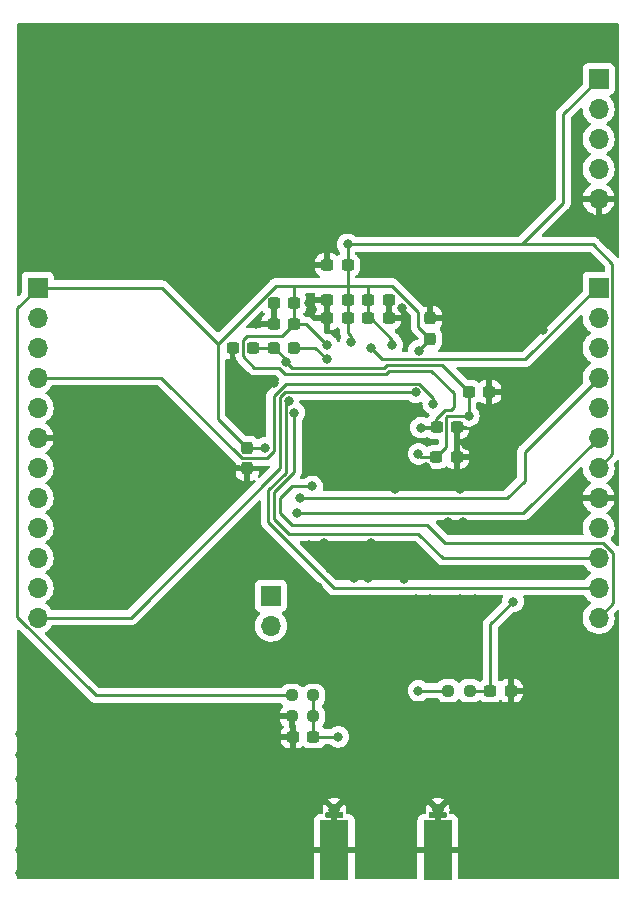
<source format=gbr>
%TF.GenerationSoftware,KiCad,Pcbnew,(6.0.4)*%
%TF.CreationDate,2022-04-26T10:44:58+02:00*%
%TF.ProjectId,MSK_RF,4d534b5f-5246-42e6-9b69-6361645f7063,rev?*%
%TF.SameCoordinates,Original*%
%TF.FileFunction,Copper,L2,Bot*%
%TF.FilePolarity,Positive*%
%FSLAX46Y46*%
G04 Gerber Fmt 4.6, Leading zero omitted, Abs format (unit mm)*
G04 Created by KiCad (PCBNEW (6.0.4)) date 2022-04-26 10:44:58*
%MOMM*%
%LPD*%
G01*
G04 APERTURE LIST*
G04 Aperture macros list*
%AMRoundRect*
0 Rectangle with rounded corners*
0 $1 Rounding radius*
0 $2 $3 $4 $5 $6 $7 $8 $9 X,Y pos of 4 corners*
0 Add a 4 corners polygon primitive as box body*
4,1,4,$2,$3,$4,$5,$6,$7,$8,$9,$2,$3,0*
0 Add four circle primitives for the rounded corners*
1,1,$1+$1,$2,$3*
1,1,$1+$1,$4,$5*
1,1,$1+$1,$6,$7*
1,1,$1+$1,$8,$9*
0 Add four rect primitives between the rounded corners*
20,1,$1+$1,$2,$3,$4,$5,0*
20,1,$1+$1,$4,$5,$6,$7,0*
20,1,$1+$1,$6,$7,$8,$9,0*
20,1,$1+$1,$8,$9,$2,$3,0*%
G04 Aperture macros list end*
%TA.AperFunction,SMDPad,CuDef*%
%ADD10R,0.460000X0.950000*%
%TD*%
%TA.AperFunction,ComponentPad*%
%ADD11C,0.970000*%
%TD*%
%TA.AperFunction,SMDPad,CuDef*%
%ADD12R,2.420000X5.080000*%
%TD*%
%TA.AperFunction,ComponentPad*%
%ADD13R,1.700000X1.700000*%
%TD*%
%TA.AperFunction,ComponentPad*%
%ADD14O,1.700000X1.700000*%
%TD*%
%TA.AperFunction,SMDPad,CuDef*%
%ADD15RoundRect,0.237500X-0.287500X-0.237500X0.287500X-0.237500X0.287500X0.237500X-0.287500X0.237500X0*%
%TD*%
%TA.AperFunction,SMDPad,CuDef*%
%ADD16RoundRect,0.237500X-0.237500X0.300000X-0.237500X-0.300000X0.237500X-0.300000X0.237500X0.300000X0*%
%TD*%
%TA.AperFunction,SMDPad,CuDef*%
%ADD17RoundRect,0.237500X-0.300000X-0.237500X0.300000X-0.237500X0.300000X0.237500X-0.300000X0.237500X0*%
%TD*%
%TA.AperFunction,SMDPad,CuDef*%
%ADD18RoundRect,0.237500X0.300000X0.237500X-0.300000X0.237500X-0.300000X-0.237500X0.300000X-0.237500X0*%
%TD*%
%TA.AperFunction,SMDPad,CuDef*%
%ADD19RoundRect,0.237500X0.250000X0.237500X-0.250000X0.237500X-0.250000X-0.237500X0.250000X-0.237500X0*%
%TD*%
%TA.AperFunction,SMDPad,CuDef*%
%ADD20RoundRect,0.237500X0.237500X-0.300000X0.237500X0.300000X-0.237500X0.300000X-0.237500X-0.300000X0*%
%TD*%
%TA.AperFunction,ViaPad*%
%ADD21C,0.800000*%
%TD*%
%TA.AperFunction,Conductor*%
%ADD22C,0.250000*%
%TD*%
G04 APERTURE END LIST*
D10*
%TO.P,J4,2,Ext*%
%TO.N,GND*%
X64870000Y-139812260D03*
D11*
X73630000Y-139362260D03*
D12*
X64870000Y-142802260D03*
X73630000Y-142802260D03*
D11*
X64870000Y-139362260D03*
D10*
X73630000Y-139812260D03*
%TD*%
D13*
%TO.P,JP1,1,A*%
%TO.N,Net-(JP1-Pad1)*%
X59500000Y-121250000D03*
D14*
%TO.P,JP1,2,B*%
%TO.N,Net-(JP1-Pad2)*%
X59500000Y-123790000D03*
%TD*%
D13*
%TO.P,J2,1,Pin_1*%
%TO.N,PA14*%
X87250000Y-95180000D03*
D14*
%TO.P,J2,2,Pin_2*%
%TO.N,PA13*%
X87250000Y-97720000D03*
%TO.P,J2,3,Pin_3*%
%TO.N,PA10*%
X87250000Y-100260000D03*
%TO.P,J2,4,Pin_4*%
%TO.N,PA9*%
X87250000Y-102800000D03*
%TO.P,J2,5,Pin_5*%
%TO.N,PB2*%
X87250000Y-105340000D03*
%TO.P,J2,6,Pin_6*%
%TO.N,NRST*%
X87250000Y-107880000D03*
%TO.P,J2,7,Pin_7*%
%TO.N,3.3V*%
X87250000Y-110420000D03*
%TO.P,J2,8,Pin_8*%
%TO.N,GND*%
X87250000Y-112960000D03*
%TO.P,J2,9,Pin_9*%
%TO.N,FE_CTRL*%
X87250000Y-115500000D03*
%TO.P,J2,10,Pin_10*%
%TO.N,PB7*%
X87250000Y-118040000D03*
%TO.P,J2,11,Pin_11*%
%TO.N,PB6*%
X87250000Y-120580000D03*
%TO.P,J2,12,Pin_12*%
%TO.N,PA8*%
X87250000Y-123120000D03*
%TD*%
D13*
%TO.P,J1,1,Pin_1*%
%TO.N,3.3V*%
X87250000Y-77500000D03*
D14*
%TO.P,J1,2,Pin_2*%
%TO.N,PA13*%
X87250000Y-80040000D03*
%TO.P,J1,3,Pin_3*%
%TO.N,PA14*%
X87250000Y-82580000D03*
%TO.P,J1,4,Pin_4*%
%TO.N,NRST*%
X87250000Y-85120000D03*
%TO.P,J1,5,Pin_5*%
%TO.N,GND*%
X87250000Y-87660000D03*
%TD*%
D13*
%TO.P,J3,1,Pin_1*%
%TO.N,3.3V*%
X39750000Y-95180000D03*
D14*
%TO.P,J3,2,Pin_2*%
%TO.N,PA0*%
X39750000Y-97720000D03*
%TO.P,J3,3,Pin_3*%
%TO.N,PA1*%
X39750000Y-100260000D03*
%TO.P,J3,4,Pin_4*%
%TO.N,PB12*%
X39750000Y-102800000D03*
%TO.P,J3,5,Pin_5*%
%TO.N,PA6*%
X39750000Y-105340000D03*
%TO.P,J3,6,Pin_6*%
%TO.N,GND*%
X39750000Y-107880000D03*
%TO.P,J3,7,Pin_7*%
%TO.N,PA2*%
X39750000Y-110420000D03*
%TO.P,J3,8,Pin_8*%
%TO.N,PA3*%
X39750000Y-112960000D03*
%TO.P,J3,9,Pin_9*%
%TO.N,PA4*%
X39750000Y-115500000D03*
%TO.P,J3,10,Pin_10*%
%TO.N,PA5*%
X39750000Y-118040000D03*
%TO.P,J3,11,Pin_11*%
%TO.N,PA7*%
X39750000Y-120580000D03*
%TO.P,J3,12,Pin_12*%
%TO.N,PA11*%
X39750000Y-123120000D03*
%TD*%
D15*
%TO.P,L1,1,1*%
%TO.N,Net-(C6-Pad1)*%
X59750000Y-100250000D03*
%TO.P,L1,2,2*%
%TO.N,Net-(L1-Pad2)*%
X61500000Y-100250000D03*
%TD*%
D16*
%TO.P,C22,1*%
%TO.N,GND*%
X73000000Y-97775000D03*
%TO.P,C22,2*%
%TO.N,3.3V*%
X73000000Y-99500000D03*
%TD*%
D17*
%TO.P,C5,1*%
%TO.N,3.3V*%
X73525000Y-107000000D03*
%TO.P,C5,2*%
%TO.N,GND*%
X75250000Y-107000000D03*
%TD*%
D18*
%TO.P,C3,1*%
%TO.N,3.3V*%
X61475000Y-96500000D03*
%TO.P,C3,2*%
%TO.N,GND*%
X59750000Y-96500000D03*
%TD*%
D17*
%TO.P,C23,1*%
%TO.N,3.3V*%
X67737500Y-97750000D03*
%TO.P,C23,2*%
%TO.N,GND*%
X69462500Y-97750000D03*
%TD*%
%TO.P,C21,1*%
%TO.N,GND*%
X64275000Y-97750000D03*
%TO.P,C21,2*%
%TO.N,3.3V*%
X66000000Y-97750000D03*
%TD*%
D18*
%TO.P,C7,1*%
%TO.N,GND*%
X75225000Y-109500000D03*
%TO.P,C7,2*%
%TO.N,Net-(C6-Pad1)*%
X73500000Y-109500000D03*
%TD*%
%TO.P,C8,1*%
%TO.N,GND*%
X77975000Y-104000000D03*
%TO.P,C8,2*%
%TO.N,Net-(C6-Pad1)*%
X76250000Y-104000000D03*
%TD*%
D17*
%TO.P,C20,1*%
%TO.N,3.3V*%
X67750000Y-96250000D03*
%TO.P,C20,2*%
%TO.N,GND*%
X69475000Y-96250000D03*
%TD*%
D19*
%TO.P,R5,1*%
%TO.N,/2.8V*%
X63100000Y-129700000D03*
%TO.P,R5,2*%
%TO.N,3.3V*%
X61275000Y-129700000D03*
%TD*%
D18*
%TO.P,C6,1*%
%TO.N,Net-(C6-Pad1)*%
X58000000Y-100250000D03*
%TO.P,C6,2*%
%TO.N,GND*%
X56275000Y-100250000D03*
%TD*%
D17*
%TO.P,C19,1*%
%TO.N,GND*%
X64275000Y-96250000D03*
%TO.P,C19,2*%
%TO.N,3.3V*%
X66000000Y-96250000D03*
%TD*%
D18*
%TO.P,C32,1*%
%TO.N,GND*%
X79800000Y-129300000D03*
%TO.P,C32,2*%
%TO.N,FE_CTRL*%
X78075000Y-129300000D03*
%TD*%
D17*
%TO.P,C31,1*%
%TO.N,GND*%
X61375000Y-133200000D03*
%TO.P,C31,2*%
%TO.N,/2.8V*%
X63100000Y-133200000D03*
%TD*%
%TO.P,C17,1*%
%TO.N,GND*%
X64275000Y-93250000D03*
%TO.P,C17,2*%
%TO.N,3.3V*%
X66000000Y-93250000D03*
%TD*%
D19*
%TO.P,R6,1*%
%TO.N,/2.8V*%
X63100000Y-131450000D03*
%TO.P,R6,2*%
%TO.N,GND*%
X61275000Y-131450000D03*
%TD*%
%TO.P,R7,1*%
%TO.N,FE_CTRL*%
X76325000Y-129300000D03*
%TO.P,R7,2*%
%TO.N,Net-(R7-Pad2)*%
X74500000Y-129300000D03*
%TD*%
D18*
%TO.P,C4,1*%
%TO.N,3.3V*%
X61475000Y-98250000D03*
%TO.P,C4,2*%
%TO.N,GND*%
X59750000Y-98250000D03*
%TD*%
D20*
%TO.P,C18,1*%
%TO.N,GND*%
X57500000Y-110475000D03*
%TO.P,C18,2*%
%TO.N,3.3V*%
X57500000Y-108750000D03*
%TD*%
D21*
%TO.N,GND*%
X70500000Y-117750000D03*
X85000000Y-136750000D03*
X59500000Y-134750000D03*
X75500000Y-111000000D03*
X70750000Y-136750000D03*
X68000000Y-118750000D03*
X46500000Y-136750000D03*
X56000000Y-102000000D03*
X67750000Y-124000000D03*
X74000000Y-121750000D03*
X76250000Y-140750000D03*
X61500000Y-126000000D03*
X71000000Y-112000000D03*
X53000000Y-140750000D03*
X75500000Y-112250000D03*
X61750000Y-124250000D03*
X55250000Y-142500000D03*
X67750000Y-125250000D03*
X46500000Y-142750000D03*
X73250000Y-123000000D03*
X55250000Y-144500000D03*
X57250000Y-136750000D03*
X38250000Y-142750000D03*
X38250000Y-138750000D03*
X70750000Y-128250000D03*
X64250000Y-121500000D03*
X88000000Y-131500000D03*
X68000000Y-116750000D03*
X48500000Y-144750000D03*
X63250000Y-122000000D03*
X50500000Y-144500000D03*
X76000000Y-131500000D03*
X64500000Y-119000000D03*
X84750000Y-131500000D03*
X78750000Y-136750000D03*
X64000000Y-116750000D03*
X57250000Y-142500000D03*
X86750000Y-136750000D03*
X67750000Y-126250000D03*
X71250000Y-131000000D03*
X39750000Y-138750000D03*
X48500000Y-142750000D03*
X72250000Y-131500000D03*
X61500000Y-144500000D03*
X63250000Y-126750000D03*
X77000000Y-125500000D03*
X70000000Y-112250000D03*
X85000000Y-134750000D03*
X50500000Y-138750000D03*
X59500000Y-142500000D03*
X48500000Y-140750000D03*
X59500000Y-133000000D03*
X76000000Y-133250000D03*
X70612701Y-96887299D03*
X64000000Y-118000000D03*
X48500000Y-133000000D03*
X77000000Y-127000000D03*
X70750000Y-124250000D03*
X55250000Y-136750000D03*
X76500000Y-127750000D03*
X72500000Y-138250000D03*
X64250000Y-122750000D03*
X44250000Y-134750000D03*
X62000000Y-134750000D03*
X83000000Y-138750000D03*
X64250000Y-136750000D03*
X70750000Y-119855500D03*
X62500000Y-119750000D03*
X59500000Y-138750000D03*
X72500000Y-134750000D03*
X64500000Y-127250000D03*
X67750000Y-136750000D03*
X46500000Y-133000000D03*
X41750000Y-138750000D03*
X63500000Y-120500000D03*
X62000000Y-122750000D03*
X71750000Y-124250000D03*
X67750000Y-138500000D03*
X88250000Y-138750000D03*
X70750000Y-132750000D03*
X44250000Y-138750000D03*
X88250000Y-140750000D03*
X50500000Y-133000000D03*
X71750000Y-121500000D03*
X41750000Y-134750000D03*
X81000000Y-134750000D03*
X77750000Y-112000000D03*
X66250000Y-134750000D03*
X53000000Y-134750000D03*
X64250000Y-134750000D03*
X70750000Y-138750000D03*
X81000000Y-140750000D03*
X85000000Y-138750000D03*
X76750000Y-124250000D03*
X78750000Y-144750000D03*
X38250000Y-133000000D03*
X86750000Y-138750000D03*
X78500000Y-131500000D03*
X81000000Y-136750000D03*
X58250000Y-98250000D03*
X78750000Y-140750000D03*
X46500000Y-144750000D03*
X67000000Y-119000000D03*
X62750000Y-96500000D03*
X75000000Y-134750000D03*
X84750000Y-133250000D03*
X66250000Y-136750000D03*
X61500000Y-138750000D03*
X38250000Y-134750000D03*
X85000000Y-144500000D03*
X50500000Y-136750000D03*
X82500000Y-98750000D03*
X59500000Y-136750000D03*
X62000000Y-128000000D03*
X62000000Y-121000000D03*
X74500000Y-115000000D03*
X48500000Y-134750000D03*
X83000000Y-144750000D03*
X38250000Y-144750000D03*
X48500000Y-138750000D03*
X76250000Y-134750000D03*
X64250000Y-124500000D03*
X86750000Y-140750000D03*
X66500000Y-122750000D03*
X70250000Y-127250000D03*
X66500000Y-125250000D03*
X67250000Y-127250000D03*
X86750000Y-144500000D03*
X48500000Y-136750000D03*
X39750000Y-140750000D03*
X73000000Y-124250000D03*
X82750000Y-131500000D03*
X55250000Y-133000000D03*
X84000000Y-90250000D03*
X39750000Y-133000000D03*
X39750000Y-144750000D03*
X61500000Y-142500000D03*
X59500000Y-140750000D03*
X66250000Y-138500000D03*
X62750000Y-117000000D03*
X83000000Y-136750000D03*
X72500000Y-136750000D03*
X78750000Y-142750000D03*
X39750000Y-136750000D03*
X53000000Y-144500000D03*
X59500000Y-144500000D03*
X76000000Y-108500000D03*
X76250000Y-142750000D03*
X72250000Y-133250000D03*
X41750000Y-142750000D03*
X66000000Y-129500000D03*
X57250000Y-140750000D03*
X67750000Y-122750000D03*
X78750000Y-138750000D03*
X83000000Y-142750000D03*
X75250000Y-124250000D03*
X64500000Y-125750000D03*
X54750000Y-113500000D03*
X76750000Y-121500000D03*
X76250000Y-138750000D03*
X53000000Y-142500000D03*
X74750000Y-131500000D03*
X75000000Y-136750000D03*
X55250000Y-134750000D03*
X53000000Y-136750000D03*
X61500000Y-140750000D03*
X74500000Y-124750000D03*
X83000000Y-140750000D03*
X76750000Y-122750000D03*
X72250000Y-122500000D03*
X70750000Y-123000000D03*
X44250000Y-136750000D03*
X66500000Y-126500000D03*
X57250000Y-138750000D03*
X66500000Y-124000000D03*
X85000000Y-140750000D03*
X73000000Y-128250000D03*
X75250000Y-127500000D03*
X41750000Y-140750000D03*
X81000000Y-142750000D03*
X80750000Y-133250000D03*
X85000000Y-142500000D03*
X88250000Y-144500000D03*
X64500000Y-129500000D03*
X82750000Y-133250000D03*
X71250000Y-127250000D03*
X73250000Y-130750000D03*
X57250000Y-134750000D03*
X73750000Y-127250000D03*
X57250000Y-144500000D03*
X44250000Y-140750000D03*
X67750000Y-119750000D03*
X74500000Y-126250000D03*
X72647746Y-110366456D03*
X83000000Y-134750000D03*
X63250000Y-125250000D03*
X75750000Y-125750000D03*
X67750000Y-121750000D03*
X53000000Y-138750000D03*
X50500000Y-140750000D03*
X39750000Y-134750000D03*
X41750000Y-144750000D03*
X66500000Y-121750000D03*
X41750000Y-136750000D03*
X44250000Y-133000000D03*
X86500000Y-131500000D03*
X70750000Y-122000000D03*
X46500000Y-140750000D03*
X81000000Y-138750000D03*
X66500000Y-119750000D03*
X74250000Y-123000000D03*
X68000000Y-135000000D03*
X59750000Y-103250000D03*
X76250000Y-144750000D03*
X38250000Y-136750000D03*
X82500000Y-96250000D03*
X75750000Y-115000000D03*
X73000000Y-121500000D03*
X86500000Y-133250000D03*
X46500000Y-134750000D03*
X76250000Y-136750000D03*
X78750000Y-134750000D03*
X88250000Y-134750000D03*
X49250000Y-104000000D03*
X80750000Y-131500000D03*
X38250000Y-140750000D03*
X57250000Y-133000000D03*
X54750000Y-97750000D03*
X81000000Y-144750000D03*
X53000000Y-133000000D03*
X75500000Y-122750000D03*
X70500000Y-135000000D03*
X88000000Y-133250000D03*
X55250000Y-140750000D03*
X46500000Y-138750000D03*
X86750000Y-142500000D03*
X77750000Y-119500000D03*
X70500000Y-93500000D03*
X44250000Y-142750000D03*
X55250000Y-138750000D03*
X88250000Y-142500000D03*
X44250000Y-144750000D03*
X61000000Y-119750000D03*
X61500000Y-118750000D03*
X50500000Y-142500000D03*
X62000000Y-136750000D03*
X70000000Y-111000000D03*
X75500000Y-121500000D03*
X78500000Y-133250000D03*
X50250000Y-118250000D03*
X73250000Y-119500000D03*
X72500000Y-127250000D03*
X50500000Y-134750000D03*
X65000000Y-131250000D03*
X41750000Y-133000000D03*
X63750000Y-128250000D03*
X86750000Y-134750000D03*
X74750000Y-133250000D03*
X65250000Y-128500000D03*
X62500000Y-93250000D03*
X39750000Y-142750000D03*
X63500000Y-123750000D03*
X88250000Y-136750000D03*
%TO.N,3.3V*%
X72012299Y-100512299D03*
X66250000Y-99750000D03*
X69793206Y-100046478D03*
X72211226Y-107025500D03*
X64250000Y-100000000D03*
X66000000Y-91500000D03*
X59000000Y-108724500D03*
%TO.N,Net-(C6-Pad1)*%
X76267475Y-106026608D03*
X72000000Y-109250000D03*
X60750000Y-101500000D03*
%TO.N,NRST*%
X61750000Y-114250000D03*
%TO.N,/2.8V*%
X65200000Y-133200000D03*
%TO.N,PA14*%
X67998988Y-100300118D03*
%TO.N,PA9*%
X61974951Y-113000451D03*
%TO.N,FE_CTRL*%
X80000000Y-121750000D03*
%TO.N,PB7*%
X61500000Y-105750000D03*
%TO.N,PB6*%
X61000000Y-104750000D03*
%TO.N,PA8*%
X63000000Y-112000000D03*
%TO.N,PB12*%
X73250000Y-105000000D03*
%TO.N,PA11*%
X71750000Y-104025500D03*
%TO.N,Net-(L1-Pad2)*%
X64250000Y-101250000D03*
%TO.N,Net-(R7-Pad2)*%
X72000000Y-129300000D03*
%TD*%
D22*
%TO.N,3.3V*%
X50262316Y-95180000D02*
X55000000Y-99917684D01*
X38000000Y-96930000D02*
X38000000Y-123031010D01*
X57500000Y-99250000D02*
X57137980Y-99612020D01*
X59917684Y-95000000D02*
X55000000Y-99917684D01*
X57137980Y-99612020D02*
X57137980Y-100970296D01*
X67975402Y-97750000D02*
X67750000Y-97750000D01*
X61500000Y-95000000D02*
X59917684Y-95000000D01*
X75000000Y-105250000D02*
X74750000Y-105500000D01*
X44668990Y-129700000D02*
X61275000Y-129700000D01*
X75000000Y-104123551D02*
X75000000Y-105250000D01*
X86774614Y-91500000D02*
X80750000Y-91500000D01*
X84250000Y-88000000D02*
X84250000Y-80500000D01*
X84250000Y-80500000D02*
X87250000Y-77500000D01*
X55000000Y-102750000D02*
X55000000Y-106250000D01*
X87250000Y-110420000D02*
X88424511Y-109245489D01*
X60674906Y-102449520D02*
X69249350Y-102449520D01*
X88424511Y-109245489D02*
X88424511Y-93149897D01*
X72012299Y-100512299D02*
X72012299Y-100487701D01*
X66000000Y-91500000D02*
X66000000Y-93250000D01*
X72000000Y-97250000D02*
X69750000Y-95000000D01*
X61475000Y-96500000D02*
X61500000Y-96475000D01*
X80750000Y-91500000D02*
X84250000Y-88000000D01*
X67750000Y-95000000D02*
X67750000Y-96250000D01*
X72000000Y-98500000D02*
X73000000Y-99500000D01*
X58106100Y-101938416D02*
X60163802Y-101938416D01*
X61500000Y-96475000D02*
X61500000Y-95000000D01*
X69249350Y-102449520D02*
X69499350Y-102199520D01*
X66000000Y-99000000D02*
X66000000Y-97750000D01*
X60475000Y-99250000D02*
X57500000Y-99250000D01*
X73075969Y-102199520D02*
X75000000Y-104123551D01*
X64250000Y-100000000D02*
X62500000Y-98250000D01*
X74250000Y-105500000D02*
X73500000Y-106250000D01*
X69793206Y-100046478D02*
X69793206Y-99567804D01*
X66250000Y-99250000D02*
X66000000Y-99000000D01*
X39750000Y-95180000D02*
X50262316Y-95180000D01*
X72012299Y-100487701D02*
X73000000Y-99500000D01*
X72211226Y-107025500D02*
X73474500Y-107025500D01*
X72000000Y-97250000D02*
X72000000Y-98500000D01*
X58974500Y-108750000D02*
X59000000Y-108724500D01*
X66000000Y-91500000D02*
X80750000Y-91500000D01*
X55000000Y-99917684D02*
X55000000Y-102750000D01*
X66000000Y-94750000D02*
X66000000Y-93250000D01*
X73500000Y-106250000D02*
X73500000Y-107000000D01*
X67750000Y-95000000D02*
X61500000Y-95000000D01*
X61475000Y-98250000D02*
X60475000Y-99250000D01*
X57500000Y-108750000D02*
X55000000Y-106250000D01*
X69750000Y-95000000D02*
X67750000Y-95000000D01*
X66000000Y-96250000D02*
X66000000Y-94750000D01*
X67750000Y-96250000D02*
X67750000Y-97750000D01*
X38000000Y-123031010D02*
X44668990Y-129700000D01*
X39750000Y-95180000D02*
X38000000Y-96930000D01*
X62500000Y-98250000D02*
X61475000Y-98250000D01*
X73474500Y-107025500D02*
X73500000Y-107000000D01*
X66000000Y-97750000D02*
X66000000Y-96250000D01*
X72124762Y-107000000D02*
X73500000Y-107000000D01*
X88424511Y-93149897D02*
X86774614Y-91500000D01*
X69499350Y-102199520D02*
X73075969Y-102199520D01*
X66250000Y-99750000D02*
X66250000Y-99250000D01*
X74750000Y-105500000D02*
X74250000Y-105500000D01*
X57500000Y-108750000D02*
X58974500Y-108750000D01*
X69793206Y-99567804D02*
X67975402Y-97750000D01*
X60163802Y-101938416D02*
X60674906Y-102449520D01*
X61475000Y-98250000D02*
X61475000Y-96500000D01*
X57137980Y-100970296D02*
X58106100Y-101938416D01*
%TO.N,Net-(C6-Pad1)*%
X60750000Y-101500000D02*
X60750000Y-101250000D01*
X76267475Y-106026608D02*
X76267475Y-104017475D01*
X74362020Y-106112020D02*
X74362020Y-108637980D01*
X60750000Y-101500000D02*
X61250000Y-102000000D01*
X69063152Y-102000000D02*
X69313152Y-101750000D01*
X74362020Y-106112020D02*
X74447432Y-106026608D01*
X74000000Y-101750000D02*
X76250000Y-104000000D01*
X60750000Y-101250000D02*
X59750000Y-100250000D01*
X72250000Y-109500000D02*
X73500000Y-109500000D01*
X61250000Y-102000000D02*
X69063152Y-102000000D01*
X69313152Y-101750000D02*
X74000000Y-101750000D01*
X74447432Y-106026608D02*
X76267475Y-106026608D01*
X74362020Y-108637980D02*
X73500000Y-109500000D01*
X76267475Y-104017475D02*
X76250000Y-104000000D01*
X72000000Y-109250000D02*
X72250000Y-109500000D01*
X59750000Y-100250000D02*
X58000000Y-100250000D01*
%TO.N,NRST*%
X80880000Y-114250000D02*
X87250000Y-107880000D01*
X61750000Y-114250000D02*
X80880000Y-114250000D01*
%TO.N,/2.8V*%
X63100000Y-133200000D02*
X63100000Y-131450000D01*
X63100000Y-131450000D02*
X63100000Y-129700000D01*
X63100000Y-133200000D02*
X65200000Y-133200000D01*
%TO.N,PA14*%
X67998988Y-100300118D02*
X68948870Y-101250000D01*
X87094614Y-95180000D02*
X87250000Y-95180000D01*
X81024614Y-101250000D02*
X87094614Y-95180000D01*
X68948870Y-101250000D02*
X81024614Y-101250000D01*
%TO.N,PA9*%
X81000000Y-109050000D02*
X87250000Y-102800000D01*
X81000000Y-111500000D02*
X81000000Y-109050000D01*
X61974951Y-113000451D02*
X61975402Y-113000000D01*
X61975402Y-113000000D02*
X79500000Y-113000000D01*
X79500000Y-113000000D02*
X81000000Y-111500000D01*
%TO.N,FE_CTRL*%
X78075000Y-123675000D02*
X80000000Y-121750000D01*
X78075000Y-129300000D02*
X78075000Y-123675000D01*
X76325000Y-129300000D02*
X78075000Y-129300000D01*
%TO.N,PB7*%
X59750000Y-112500000D02*
X59750000Y-114750000D01*
X74040000Y-118040000D02*
X87250000Y-118040000D01*
X61500000Y-110750000D02*
X59750000Y-112500000D01*
X61000000Y-116000000D02*
X72000000Y-116000000D01*
X72000000Y-116000000D02*
X74040000Y-118040000D01*
X59750000Y-114750000D02*
X61000000Y-116000000D01*
X61500000Y-105750000D02*
X61500000Y-110750000D01*
%TO.N,PB6*%
X59300480Y-112313802D02*
X59300480Y-115050480D01*
X64830000Y-120580000D02*
X87250000Y-120580000D01*
X60750000Y-110864282D02*
X59300480Y-112313802D01*
X59300480Y-115050480D02*
X64830000Y-120580000D01*
X60750000Y-105000000D02*
X60750000Y-110864282D01*
X61000000Y-104750000D02*
X60750000Y-105000000D01*
%TO.N,PA8*%
X61250000Y-115250000D02*
X72750000Y-115250000D01*
X61250000Y-112000000D02*
X60250000Y-113000000D01*
X60250000Y-114250000D02*
X61250000Y-115250000D01*
X60250000Y-113000000D02*
X60250000Y-114250000D01*
X74250000Y-116750000D02*
X87621010Y-116750000D01*
X72750000Y-115250000D02*
X74250000Y-116750000D01*
X63000000Y-112000000D02*
X61250000Y-112000000D01*
X88500000Y-117628990D02*
X88500000Y-121870000D01*
X87621010Y-116750000D02*
X88500000Y-117628990D01*
X88500000Y-121870000D02*
X87250000Y-123120000D01*
%TO.N,PB12*%
X72050103Y-103300989D02*
X60788680Y-103300989D01*
X59136134Y-109612980D02*
X57029704Y-109612980D01*
X73250000Y-104500886D02*
X72050103Y-103300989D01*
X57029704Y-109612980D02*
X50216724Y-102800000D01*
X59750000Y-108999114D02*
X59136134Y-109612980D01*
X60788680Y-103300989D02*
X59750000Y-104339669D01*
X73250000Y-105000000D02*
X73250000Y-104500886D01*
X59750000Y-104339669D02*
X59750000Y-108999114D01*
X50216724Y-102800000D02*
X39750000Y-102800000D01*
%TO.N,PA11*%
X60275489Y-110474511D02*
X47630000Y-123120000D01*
X60275489Y-104449897D02*
X60275489Y-110474511D01*
X71750000Y-104025500D02*
X60699886Y-104025500D01*
X60699886Y-104025500D02*
X60275489Y-104449897D01*
X47630000Y-123120000D02*
X39750000Y-123120000D01*
%TO.N,Net-(L1-Pad2)*%
X63250000Y-100250000D02*
X61500000Y-100250000D01*
X64250000Y-101250000D02*
X63250000Y-100250000D01*
%TO.N,Net-(R7-Pad2)*%
X72000000Y-129300000D02*
X74500000Y-129300000D01*
%TD*%
%TA.AperFunction,Conductor*%
%TO.N,GND*%
G36*
X58585012Y-113165059D02*
G01*
X58641848Y-113207606D01*
X58666659Y-113274126D01*
X58666980Y-113283115D01*
X58666980Y-114971713D01*
X58666453Y-114982896D01*
X58664778Y-114990389D01*
X58665027Y-114998315D01*
X58665027Y-114998316D01*
X58666918Y-115058466D01*
X58666980Y-115062425D01*
X58666980Y-115090336D01*
X58667477Y-115094270D01*
X58667477Y-115094271D01*
X58667485Y-115094336D01*
X58668418Y-115106173D01*
X58669807Y-115150369D01*
X58675458Y-115169819D01*
X58679467Y-115189180D01*
X58682006Y-115209277D01*
X58684925Y-115216648D01*
X58684925Y-115216650D01*
X58698284Y-115250392D01*
X58702129Y-115261622D01*
X58708201Y-115282522D01*
X58714462Y-115304073D01*
X58718495Y-115310892D01*
X58718497Y-115310897D01*
X58724773Y-115321508D01*
X58733468Y-115339256D01*
X58740928Y-115358097D01*
X58745590Y-115364513D01*
X58745590Y-115364514D01*
X58766916Y-115393867D01*
X58773432Y-115403787D01*
X58795938Y-115441842D01*
X58810259Y-115456163D01*
X58823099Y-115471196D01*
X58835008Y-115487587D01*
X58869085Y-115515778D01*
X58877864Y-115523768D01*
X64326343Y-120972247D01*
X64333887Y-120980537D01*
X64338000Y-120987018D01*
X64343777Y-120992443D01*
X64387667Y-121033658D01*
X64390509Y-121036413D01*
X64410230Y-121056134D01*
X64413425Y-121058612D01*
X64422447Y-121066318D01*
X64454679Y-121096586D01*
X64461628Y-121100406D01*
X64472432Y-121106346D01*
X64488956Y-121117199D01*
X64504959Y-121129613D01*
X64545543Y-121147176D01*
X64556173Y-121152383D01*
X64594940Y-121173695D01*
X64602617Y-121175666D01*
X64602622Y-121175668D01*
X64614558Y-121178732D01*
X64633266Y-121185137D01*
X64651855Y-121193181D01*
X64659683Y-121194421D01*
X64659690Y-121194423D01*
X64695524Y-121200099D01*
X64707144Y-121202505D01*
X64742289Y-121211528D01*
X64749970Y-121213500D01*
X64770224Y-121213500D01*
X64789934Y-121215051D01*
X64809943Y-121218220D01*
X64817835Y-121217474D01*
X64853961Y-121214059D01*
X64865819Y-121213500D01*
X79045644Y-121213500D01*
X79113765Y-121233502D01*
X79160258Y-121287158D01*
X79170362Y-121357432D01*
X79163943Y-121377947D01*
X79165473Y-121378444D01*
X79106458Y-121560072D01*
X79105768Y-121566633D01*
X79105768Y-121566635D01*
X79100419Y-121617529D01*
X79093098Y-121687191D01*
X79089093Y-121725293D01*
X79062080Y-121790950D01*
X79052878Y-121801218D01*
X78367595Y-122486500D01*
X77682747Y-123171348D01*
X77674461Y-123178888D01*
X77667982Y-123183000D01*
X77662557Y-123188777D01*
X77621357Y-123232651D01*
X77618602Y-123235493D01*
X77598865Y-123255230D01*
X77596385Y-123258427D01*
X77588682Y-123267447D01*
X77558414Y-123299679D01*
X77554595Y-123306625D01*
X77554593Y-123306628D01*
X77548652Y-123317434D01*
X77537801Y-123333953D01*
X77525386Y-123349959D01*
X77522241Y-123357228D01*
X77522238Y-123357232D01*
X77507826Y-123390537D01*
X77502609Y-123401187D01*
X77481305Y-123439940D01*
X77479334Y-123447615D01*
X77479334Y-123447616D01*
X77476267Y-123459562D01*
X77469863Y-123478266D01*
X77461819Y-123496855D01*
X77460580Y-123504678D01*
X77460577Y-123504688D01*
X77454901Y-123540524D01*
X77452495Y-123552144D01*
X77443472Y-123587289D01*
X77441500Y-123594970D01*
X77441500Y-123615224D01*
X77439949Y-123634934D01*
X77436780Y-123654943D01*
X77437526Y-123662835D01*
X77440941Y-123698961D01*
X77441500Y-123710819D01*
X77441500Y-128321360D01*
X77421498Y-128389481D01*
X77381804Y-128428503D01*
X77308469Y-128473884D01*
X77267207Y-128515219D01*
X77264145Y-128518286D01*
X77201862Y-128552366D01*
X77131042Y-128547363D01*
X77085953Y-128518442D01*
X77082725Y-128515219D01*
X77040503Y-128473071D01*
X76910397Y-128392872D01*
X76898650Y-128385631D01*
X76898648Y-128385630D01*
X76892420Y-128381791D01*
X76727309Y-128327026D01*
X76720473Y-128326326D01*
X76720470Y-128326325D01*
X76668974Y-128321049D01*
X76624572Y-128316500D01*
X76025428Y-128316500D01*
X76022182Y-128316837D01*
X76022178Y-128316837D01*
X75928265Y-128326581D01*
X75928261Y-128326582D01*
X75921407Y-128327293D01*
X75914871Y-128329474D01*
X75914869Y-128329474D01*
X75782105Y-128373768D01*
X75756393Y-128382346D01*
X75608469Y-128473884D01*
X75603296Y-128479066D01*
X75501753Y-128580786D01*
X75439470Y-128614865D01*
X75368650Y-128609862D01*
X75323563Y-128580941D01*
X75220688Y-128478246D01*
X75220683Y-128478242D01*
X75215503Y-128473071D01*
X75085397Y-128392872D01*
X75073650Y-128385631D01*
X75073648Y-128385630D01*
X75067420Y-128381791D01*
X74902309Y-128327026D01*
X74895473Y-128326326D01*
X74895470Y-128326325D01*
X74843974Y-128321049D01*
X74799572Y-128316500D01*
X74200428Y-128316500D01*
X74197182Y-128316837D01*
X74197178Y-128316837D01*
X74103265Y-128326581D01*
X74103261Y-128326582D01*
X74096407Y-128327293D01*
X74089871Y-128329474D01*
X74089869Y-128329474D01*
X73957105Y-128373768D01*
X73931393Y-128382346D01*
X73783469Y-128473884D01*
X73778296Y-128479066D01*
X73665742Y-128591816D01*
X73665738Y-128591821D01*
X73660571Y-128596997D01*
X73656731Y-128603227D01*
X73656730Y-128603228D01*
X73654643Y-128606614D01*
X73652614Y-128608441D01*
X73652193Y-128608973D01*
X73652102Y-128608901D01*
X73601872Y-128654108D01*
X73547382Y-128666500D01*
X72708200Y-128666500D01*
X72640079Y-128646498D01*
X72620853Y-128630157D01*
X72620580Y-128630460D01*
X72615668Y-128626037D01*
X72611253Y-128621134D01*
X72578031Y-128596997D01*
X72462094Y-128512763D01*
X72462093Y-128512762D01*
X72456752Y-128508882D01*
X72450724Y-128506198D01*
X72450722Y-128506197D01*
X72288319Y-128433891D01*
X72288318Y-128433891D01*
X72282288Y-128431206D01*
X72188888Y-128411353D01*
X72101944Y-128392872D01*
X72101939Y-128392872D01*
X72095487Y-128391500D01*
X71904513Y-128391500D01*
X71898061Y-128392872D01*
X71898056Y-128392872D01*
X71811112Y-128411353D01*
X71717712Y-128431206D01*
X71711682Y-128433891D01*
X71711681Y-128433891D01*
X71549278Y-128506197D01*
X71549276Y-128506198D01*
X71543248Y-128508882D01*
X71537907Y-128512762D01*
X71537906Y-128512763D01*
X71530090Y-128518442D01*
X71388747Y-128621134D01*
X71384326Y-128626044D01*
X71384325Y-128626045D01*
X71293402Y-128727026D01*
X71260960Y-128763056D01*
X71165473Y-128928444D01*
X71106458Y-129110072D01*
X71086496Y-129300000D01*
X71106458Y-129489928D01*
X71165473Y-129671556D01*
X71260960Y-129836944D01*
X71265378Y-129841851D01*
X71265379Y-129841852D01*
X71282563Y-129860937D01*
X71388747Y-129978866D01*
X71421969Y-130003003D01*
X71530305Y-130081714D01*
X71543248Y-130091118D01*
X71549276Y-130093802D01*
X71549278Y-130093803D01*
X71621855Y-130126116D01*
X71717712Y-130168794D01*
X71781041Y-130182255D01*
X71898056Y-130207128D01*
X71898061Y-130207128D01*
X71904513Y-130208500D01*
X72095487Y-130208500D01*
X72101939Y-130207128D01*
X72101944Y-130207128D01*
X72218959Y-130182255D01*
X72282288Y-130168794D01*
X72378145Y-130126116D01*
X72450722Y-130093803D01*
X72450724Y-130093802D01*
X72456752Y-130091118D01*
X72469696Y-130081714D01*
X72604386Y-129983855D01*
X72611253Y-129978866D01*
X72615668Y-129973963D01*
X72620580Y-129969540D01*
X72621705Y-129970789D01*
X72675014Y-129937949D01*
X72708200Y-129933500D01*
X73547536Y-129933500D01*
X73615657Y-129953502D01*
X73654679Y-129993196D01*
X73661384Y-130004031D01*
X73666566Y-130009204D01*
X73779316Y-130121758D01*
X73779321Y-130121762D01*
X73784497Y-130126929D01*
X73790727Y-130130769D01*
X73790728Y-130130770D01*
X73921143Y-130211159D01*
X73932580Y-130218209D01*
X74097691Y-130272974D01*
X74104527Y-130273674D01*
X74104530Y-130273675D01*
X74151870Y-130278525D01*
X74200428Y-130283500D01*
X74799572Y-130283500D01*
X74802818Y-130283163D01*
X74802822Y-130283163D01*
X74896735Y-130273419D01*
X74896739Y-130273418D01*
X74903593Y-130272707D01*
X74910129Y-130270526D01*
X74910131Y-130270526D01*
X75042895Y-130226232D01*
X75068607Y-130217654D01*
X75216531Y-130126116D01*
X75259602Y-130082970D01*
X75323247Y-130019214D01*
X75385530Y-129985135D01*
X75456350Y-129990138D01*
X75501437Y-130019059D01*
X75604312Y-130121754D01*
X75604317Y-130121758D01*
X75609497Y-130126929D01*
X75615727Y-130130769D01*
X75615728Y-130130770D01*
X75746143Y-130211159D01*
X75757580Y-130218209D01*
X75922691Y-130272974D01*
X75929527Y-130273674D01*
X75929530Y-130273675D01*
X75976870Y-130278525D01*
X76025428Y-130283500D01*
X76624572Y-130283500D01*
X76627818Y-130283163D01*
X76627822Y-130283163D01*
X76721735Y-130273419D01*
X76721739Y-130273418D01*
X76728593Y-130272707D01*
X76735129Y-130270526D01*
X76735131Y-130270526D01*
X76867895Y-130226232D01*
X76893607Y-130217654D01*
X77041531Y-130126116D01*
X77085856Y-130081713D01*
X77148138Y-130047634D01*
X77218958Y-130052637D01*
X77264046Y-130081557D01*
X77309497Y-130126929D01*
X77315727Y-130130769D01*
X77315728Y-130130770D01*
X77446143Y-130211159D01*
X77457580Y-130218209D01*
X77622691Y-130272974D01*
X77629527Y-130273674D01*
X77629530Y-130273675D01*
X77676870Y-130278525D01*
X77725428Y-130283500D01*
X78424572Y-130283500D01*
X78427818Y-130283163D01*
X78427822Y-130283163D01*
X78521735Y-130273419D01*
X78521739Y-130273418D01*
X78528593Y-130272707D01*
X78535129Y-130270526D01*
X78535131Y-130270526D01*
X78667895Y-130226232D01*
X78693607Y-130217654D01*
X78841531Y-130126116D01*
X78848774Y-130118861D01*
X78850538Y-130117895D01*
X78852441Y-130116387D01*
X78852699Y-130116713D01*
X78911054Y-130084781D01*
X78981875Y-130089782D01*
X79026970Y-130118708D01*
X79029631Y-130121364D01*
X79041040Y-130130375D01*
X79176563Y-130213912D01*
X79189741Y-130220056D01*
X79341266Y-130270315D01*
X79354632Y-130273181D01*
X79447270Y-130282672D01*
X79453685Y-130283000D01*
X79527885Y-130283000D01*
X79543124Y-130278525D01*
X79544329Y-130277135D01*
X79546000Y-130269452D01*
X79546000Y-130264885D01*
X80054000Y-130264885D01*
X80058475Y-130280124D01*
X80059865Y-130281329D01*
X80067548Y-130283000D01*
X80146266Y-130283000D01*
X80152782Y-130282663D01*
X80246632Y-130272925D01*
X80260028Y-130270032D01*
X80411453Y-130219512D01*
X80424615Y-130213347D01*
X80559992Y-130129574D01*
X80571390Y-130120540D01*
X80683863Y-130007871D01*
X80692875Y-129996460D01*
X80776412Y-129860937D01*
X80782556Y-129847759D01*
X80832815Y-129696234D01*
X80835681Y-129682868D01*
X80845172Y-129590230D01*
X80845500Y-129583815D01*
X80845500Y-129572115D01*
X80841025Y-129556876D01*
X80839635Y-129555671D01*
X80831952Y-129554000D01*
X80072115Y-129554000D01*
X80056876Y-129558475D01*
X80055671Y-129559865D01*
X80054000Y-129567548D01*
X80054000Y-130264885D01*
X79546000Y-130264885D01*
X79546000Y-129027885D01*
X80054000Y-129027885D01*
X80058475Y-129043124D01*
X80059865Y-129044329D01*
X80067548Y-129046000D01*
X80827385Y-129046000D01*
X80842624Y-129041525D01*
X80843829Y-129040135D01*
X80845500Y-129032452D01*
X80845500Y-129016234D01*
X80845163Y-129009718D01*
X80835425Y-128915868D01*
X80832532Y-128902472D01*
X80782012Y-128751047D01*
X80775847Y-128737885D01*
X80692074Y-128602508D01*
X80683040Y-128591110D01*
X80570371Y-128478637D01*
X80558960Y-128469625D01*
X80423437Y-128386088D01*
X80410259Y-128379944D01*
X80258734Y-128329685D01*
X80245368Y-128326819D01*
X80152730Y-128317328D01*
X80146315Y-128317000D01*
X80072115Y-128317000D01*
X80056876Y-128321475D01*
X80055671Y-128322865D01*
X80054000Y-128330548D01*
X80054000Y-129027885D01*
X79546000Y-129027885D01*
X79546000Y-128335115D01*
X79541525Y-128319876D01*
X79540135Y-128318671D01*
X79532452Y-128317000D01*
X79453734Y-128317000D01*
X79447218Y-128317337D01*
X79353368Y-128327075D01*
X79339972Y-128329968D01*
X79188547Y-128380488D01*
X79175385Y-128386653D01*
X79040008Y-128470426D01*
X79028606Y-128479464D01*
X79026933Y-128481139D01*
X79025507Y-128481919D01*
X79022873Y-128484007D01*
X79022516Y-128483556D01*
X78964651Y-128515219D01*
X78893831Y-128510216D01*
X78848746Y-128481299D01*
X78845685Y-128478244D01*
X78840503Y-128473071D01*
X78776942Y-128433891D01*
X78768384Y-128428616D01*
X78720891Y-128375844D01*
X78708500Y-128321356D01*
X78708500Y-123989594D01*
X78728502Y-123921473D01*
X78745405Y-123900499D01*
X79950500Y-122695405D01*
X80012812Y-122661379D01*
X80039595Y-122658500D01*
X80095487Y-122658500D01*
X80101939Y-122657128D01*
X80101944Y-122657128D01*
X80198955Y-122636507D01*
X80282288Y-122618794D01*
X80372575Y-122578596D01*
X80450722Y-122543803D01*
X80450724Y-122543802D01*
X80456752Y-122541118D01*
X80611253Y-122428866D01*
X80685231Y-122346705D01*
X80734621Y-122291852D01*
X80734622Y-122291851D01*
X80739040Y-122286944D01*
X80834527Y-122121556D01*
X80893542Y-121939928D01*
X80901849Y-121860897D01*
X80912814Y-121756565D01*
X80913504Y-121750000D01*
X80907895Y-121696632D01*
X80894232Y-121566635D01*
X80894232Y-121566633D01*
X80893542Y-121560072D01*
X80834527Y-121378444D01*
X80838305Y-121377216D01*
X80829084Y-121325975D01*
X80856283Y-121260395D01*
X80914619Y-121219930D01*
X80954356Y-121213500D01*
X85974274Y-121213500D01*
X86042395Y-121233502D01*
X86081707Y-121273665D01*
X86149987Y-121385088D01*
X86296250Y-121553938D01*
X86468126Y-121696632D01*
X86517174Y-121725293D01*
X86541445Y-121739476D01*
X86590169Y-121791114D01*
X86603240Y-121860897D01*
X86576509Y-121926669D01*
X86536055Y-121960027D01*
X86523607Y-121966507D01*
X86519474Y-121969610D01*
X86519471Y-121969612D01*
X86349100Y-122097530D01*
X86344965Y-122100635D01*
X86190629Y-122262138D01*
X86064743Y-122446680D01*
X86047596Y-122483621D01*
X85976629Y-122636507D01*
X85970688Y-122649305D01*
X85910989Y-122864570D01*
X85887251Y-123086695D01*
X85887548Y-123091848D01*
X85887548Y-123091851D01*
X85895749Y-123234079D01*
X85900110Y-123309715D01*
X85901247Y-123314761D01*
X85901248Y-123314767D01*
X85918324Y-123390537D01*
X85949222Y-123527639D01*
X86000914Y-123654943D01*
X86026662Y-123718351D01*
X86033266Y-123734616D01*
X86046796Y-123756695D01*
X86108012Y-123856590D01*
X86149987Y-123925088D01*
X86296250Y-124093938D01*
X86468126Y-124236632D01*
X86661000Y-124349338D01*
X86869692Y-124429030D01*
X86874760Y-124430061D01*
X86874763Y-124430062D01*
X86969518Y-124449340D01*
X87088597Y-124473567D01*
X87093772Y-124473757D01*
X87093774Y-124473757D01*
X87306673Y-124481564D01*
X87306677Y-124481564D01*
X87311837Y-124481753D01*
X87316957Y-124481097D01*
X87316959Y-124481097D01*
X87528288Y-124454025D01*
X87528289Y-124454025D01*
X87533416Y-124453368D01*
X87546842Y-124449340D01*
X87742429Y-124390661D01*
X87742434Y-124390659D01*
X87747384Y-124389174D01*
X87947994Y-124290896D01*
X88129860Y-124161173D01*
X88140562Y-124150509D01*
X88284435Y-124007137D01*
X88288096Y-124003489D01*
X88347594Y-123920689D01*
X88415435Y-123826277D01*
X88418453Y-123822077D01*
X88422145Y-123814608D01*
X88515136Y-123626453D01*
X88515137Y-123626451D01*
X88517430Y-123621811D01*
X88557605Y-123489580D01*
X88580865Y-123413023D01*
X88580865Y-123413021D01*
X88582370Y-123408069D01*
X88611529Y-123186590D01*
X88611749Y-123177593D01*
X88613074Y-123123365D01*
X88613074Y-123123361D01*
X88613156Y-123120000D01*
X88594852Y-122897361D01*
X88566821Y-122785765D01*
X88569625Y-122714825D01*
X88599930Y-122665974D01*
X88776405Y-122489500D01*
X88838717Y-122455475D01*
X88909533Y-122460540D01*
X88966368Y-122503087D01*
X88991179Y-122569608D01*
X88991500Y-122578596D01*
X88991500Y-145115500D01*
X88971498Y-145183621D01*
X88917842Y-145230114D01*
X88865500Y-145241500D01*
X75474000Y-145241500D01*
X75405879Y-145221498D01*
X75359386Y-145167842D01*
X75348000Y-145115500D01*
X75348000Y-143074375D01*
X75343525Y-143059136D01*
X75342135Y-143057931D01*
X75334452Y-143056260D01*
X71930116Y-143056260D01*
X71914877Y-143060735D01*
X71913672Y-143062125D01*
X71912001Y-143069808D01*
X71912001Y-145115500D01*
X71891999Y-145183621D01*
X71838343Y-145230114D01*
X71786001Y-145241500D01*
X66714000Y-145241500D01*
X66645879Y-145221498D01*
X66599386Y-145167842D01*
X66588000Y-145115500D01*
X66588000Y-143074375D01*
X66583525Y-143059136D01*
X66582135Y-143057931D01*
X66574452Y-143056260D01*
X63170116Y-143056260D01*
X63154877Y-143060735D01*
X63153672Y-143062125D01*
X63152001Y-143069808D01*
X63152001Y-145115500D01*
X63131999Y-145183621D01*
X63078343Y-145230114D01*
X63026001Y-145241500D01*
X38134500Y-145241500D01*
X38066379Y-145221498D01*
X38019886Y-145167842D01*
X38008500Y-145115500D01*
X38008500Y-142530145D01*
X63152000Y-142530145D01*
X63156475Y-142545384D01*
X63157865Y-142546589D01*
X63165548Y-142548260D01*
X64597885Y-142548260D01*
X64613124Y-142543785D01*
X64614329Y-142542395D01*
X64616000Y-142534712D01*
X64616000Y-140060375D01*
X64611525Y-140045136D01*
X64610135Y-140043931D01*
X64602452Y-140042260D01*
X64218000Y-140042260D01*
X64149879Y-140022258D01*
X64103386Y-139968602D01*
X64092000Y-139916260D01*
X64092000Y-139708260D01*
X64112002Y-139640139D01*
X64165658Y-139593646D01*
X64218000Y-139582260D01*
X64712675Y-139582260D01*
X64721949Y-139579537D01*
X65016513Y-139579537D01*
X65023814Y-139582260D01*
X65522000Y-139582260D01*
X65590121Y-139602262D01*
X65636614Y-139655918D01*
X65648000Y-139708260D01*
X65648000Y-139916260D01*
X65627998Y-139984381D01*
X65574342Y-140030874D01*
X65522000Y-140042260D01*
X65142115Y-140042260D01*
X65126876Y-140046735D01*
X65125671Y-140048125D01*
X65124000Y-140055808D01*
X65124000Y-142530145D01*
X65128475Y-142545384D01*
X65129865Y-142546589D01*
X65137548Y-142548260D01*
X66569884Y-142548260D01*
X66585123Y-142543785D01*
X66586328Y-142542395D01*
X66587999Y-142534712D01*
X66587999Y-142530145D01*
X71912000Y-142530145D01*
X71916475Y-142545384D01*
X71917865Y-142546589D01*
X71925548Y-142548260D01*
X73357885Y-142548260D01*
X73373124Y-142543785D01*
X73374329Y-142542395D01*
X73376000Y-142534712D01*
X73376000Y-140060375D01*
X73371525Y-140045136D01*
X73370135Y-140043931D01*
X73362452Y-140042260D01*
X72978000Y-140042260D01*
X72909879Y-140022258D01*
X72863386Y-139968602D01*
X72852000Y-139916260D01*
X72852000Y-139708260D01*
X72872002Y-139640139D01*
X72925658Y-139593646D01*
X72978000Y-139582260D01*
X73472675Y-139582260D01*
X73481949Y-139579537D01*
X73776513Y-139579537D01*
X73783814Y-139582260D01*
X74282000Y-139582260D01*
X74350121Y-139602262D01*
X74396614Y-139655918D01*
X74408000Y-139708260D01*
X74408000Y-139916260D01*
X74387998Y-139984381D01*
X74334342Y-140030874D01*
X74282000Y-140042260D01*
X73902115Y-140042260D01*
X73886876Y-140046735D01*
X73885671Y-140048125D01*
X73884000Y-140055808D01*
X73884000Y-142530145D01*
X73888475Y-142545384D01*
X73889865Y-142546589D01*
X73897548Y-142548260D01*
X75329884Y-142548260D01*
X75345123Y-142543785D01*
X75346328Y-142542395D01*
X75347999Y-142534712D01*
X75347999Y-140217591D01*
X75347629Y-140210770D01*
X75342105Y-140159908D01*
X75338479Y-140144656D01*
X75293324Y-140024206D01*
X75284786Y-140008611D01*
X75208285Y-139906536D01*
X75195724Y-139893975D01*
X75093649Y-139817474D01*
X75078054Y-139808936D01*
X74957606Y-139763782D01*
X74942351Y-139760155D01*
X74891486Y-139754629D01*
X74884672Y-139754260D01*
X74720848Y-139754260D01*
X74652727Y-139734258D01*
X74606234Y-139680602D01*
X74596130Y-139610328D01*
X74599709Y-139595182D01*
X74599698Y-139595179D01*
X74603782Y-139577202D01*
X74626973Y-139393624D01*
X74627465Y-139386595D01*
X74627756Y-139365765D01*
X74627463Y-139358772D01*
X74609403Y-139174585D01*
X74607020Y-139162550D01*
X74554298Y-138987925D01*
X74549623Y-138976584D01*
X74497472Y-138878501D01*
X74487610Y-138868418D01*
X74480484Y-138870986D01*
X73782022Y-139569448D01*
X73776513Y-139579537D01*
X73481949Y-139579537D01*
X73483700Y-139579023D01*
X73480462Y-139571932D01*
X72784166Y-138875636D01*
X72771786Y-138868876D01*
X72765398Y-138873658D01*
X72715854Y-138963776D01*
X72711017Y-138975061D01*
X72655861Y-139148935D01*
X72653313Y-139160924D01*
X72632979Y-139342203D01*
X72632808Y-139354472D01*
X72648071Y-139536242D01*
X72650286Y-139548310D01*
X72663253Y-139593532D01*
X72662802Y-139664527D01*
X72624040Y-139724008D01*
X72559273Y-139753090D01*
X72542134Y-139754261D01*
X72375331Y-139754261D01*
X72368510Y-139754631D01*
X72317648Y-139760155D01*
X72302396Y-139763781D01*
X72181946Y-139808936D01*
X72166351Y-139817474D01*
X72064276Y-139893975D01*
X72051715Y-139906536D01*
X71975214Y-140008611D01*
X71966676Y-140024206D01*
X71921522Y-140144654D01*
X71917895Y-140159909D01*
X71912369Y-140210774D01*
X71912000Y-140217588D01*
X71912000Y-142530145D01*
X66587999Y-142530145D01*
X66587999Y-140217591D01*
X66587629Y-140210770D01*
X66582105Y-140159908D01*
X66578479Y-140144656D01*
X66533324Y-140024206D01*
X66524786Y-140008611D01*
X66448285Y-139906536D01*
X66435724Y-139893975D01*
X66333649Y-139817474D01*
X66318054Y-139808936D01*
X66197606Y-139763782D01*
X66182351Y-139760155D01*
X66131486Y-139754629D01*
X66124672Y-139754260D01*
X65960848Y-139754260D01*
X65892727Y-139734258D01*
X65846234Y-139680602D01*
X65836130Y-139610328D01*
X65839709Y-139595182D01*
X65839698Y-139595179D01*
X65843782Y-139577202D01*
X65866973Y-139393624D01*
X65867465Y-139386595D01*
X65867756Y-139365765D01*
X65867463Y-139358772D01*
X65849403Y-139174585D01*
X65847020Y-139162550D01*
X65794298Y-138987925D01*
X65789623Y-138976584D01*
X65737472Y-138878501D01*
X65727610Y-138868418D01*
X65720484Y-138870986D01*
X65022022Y-139569448D01*
X65016513Y-139579537D01*
X64721949Y-139579537D01*
X64723700Y-139579023D01*
X64720462Y-139571932D01*
X64024166Y-138875636D01*
X64011786Y-138868876D01*
X64005398Y-138873658D01*
X63955854Y-138963776D01*
X63951017Y-138975061D01*
X63895861Y-139148935D01*
X63893313Y-139160924D01*
X63872979Y-139342203D01*
X63872808Y-139354472D01*
X63888071Y-139536242D01*
X63890286Y-139548310D01*
X63903253Y-139593532D01*
X63902802Y-139664527D01*
X63864040Y-139724008D01*
X63799273Y-139753090D01*
X63782134Y-139754261D01*
X63615331Y-139754261D01*
X63608510Y-139754631D01*
X63557648Y-139760155D01*
X63542396Y-139763781D01*
X63421946Y-139808936D01*
X63406351Y-139817474D01*
X63304276Y-139893975D01*
X63291715Y-139906536D01*
X63215214Y-140008611D01*
X63206676Y-140024206D01*
X63161522Y-140144654D01*
X63157895Y-140159909D01*
X63152369Y-140210774D01*
X63152000Y-140217588D01*
X63152000Y-142530145D01*
X38008500Y-142530145D01*
X38008500Y-138504476D01*
X64375934Y-138504476D01*
X64378389Y-138511439D01*
X64857188Y-138990238D01*
X64871132Y-138997852D01*
X64872965Y-138997721D01*
X64879580Y-138993470D01*
X65356766Y-138516284D01*
X65363214Y-138504476D01*
X73135934Y-138504476D01*
X73138389Y-138511439D01*
X73617188Y-138990238D01*
X73631132Y-138997852D01*
X73632965Y-138997721D01*
X73639580Y-138993470D01*
X74116766Y-138516284D01*
X74123526Y-138503904D01*
X74118867Y-138497681D01*
X74022083Y-138445350D01*
X74010778Y-138440598D01*
X73836524Y-138386657D01*
X73824511Y-138384191D01*
X73643094Y-138365123D01*
X73630826Y-138365038D01*
X73449169Y-138381570D01*
X73437120Y-138383868D01*
X73262128Y-138435371D01*
X73250751Y-138439968D01*
X73146083Y-138494687D01*
X73135934Y-138504476D01*
X65363214Y-138504476D01*
X65363526Y-138503904D01*
X65358867Y-138497681D01*
X65262083Y-138445350D01*
X65250778Y-138440598D01*
X65076524Y-138386657D01*
X65064511Y-138384191D01*
X64883094Y-138365123D01*
X64870826Y-138365038D01*
X64689169Y-138381570D01*
X64677120Y-138383868D01*
X64502128Y-138435371D01*
X64490751Y-138439968D01*
X64386083Y-138494687D01*
X64375934Y-138504476D01*
X38008500Y-138504476D01*
X38008500Y-133483766D01*
X60329500Y-133483766D01*
X60329837Y-133490282D01*
X60339575Y-133584132D01*
X60342468Y-133597528D01*
X60392988Y-133748953D01*
X60399153Y-133762115D01*
X60482926Y-133897492D01*
X60491960Y-133908890D01*
X60604629Y-134021363D01*
X60616040Y-134030375D01*
X60751563Y-134113912D01*
X60764741Y-134120056D01*
X60916266Y-134170315D01*
X60929632Y-134173181D01*
X61022270Y-134182672D01*
X61028685Y-134183000D01*
X61102885Y-134183000D01*
X61118124Y-134178525D01*
X61119329Y-134177135D01*
X61121000Y-134169452D01*
X61121000Y-133472115D01*
X61116525Y-133456876D01*
X61115135Y-133455671D01*
X61107452Y-133454000D01*
X60347615Y-133454000D01*
X60332376Y-133458475D01*
X60331171Y-133459865D01*
X60329500Y-133467548D01*
X60329500Y-133483766D01*
X38008500Y-133483766D01*
X38008500Y-131733766D01*
X60279500Y-131733766D01*
X60279837Y-131740282D01*
X60289575Y-131834132D01*
X60292468Y-131847528D01*
X60342988Y-131998953D01*
X60349153Y-132012115D01*
X60432926Y-132147492D01*
X60441960Y-132158890D01*
X60544038Y-132260790D01*
X60578117Y-132323072D01*
X60573114Y-132393892D01*
X60544193Y-132438981D01*
X60491137Y-132492129D01*
X60482125Y-132503540D01*
X60398588Y-132639063D01*
X60392444Y-132652241D01*
X60342185Y-132803766D01*
X60339319Y-132817132D01*
X60329828Y-132909770D01*
X60329500Y-132916185D01*
X60329500Y-132927885D01*
X60333975Y-132943124D01*
X60335365Y-132944329D01*
X60343048Y-132946000D01*
X61102885Y-132946000D01*
X61118124Y-132941525D01*
X61119329Y-132940135D01*
X61121000Y-132932452D01*
X61121000Y-132491115D01*
X61116525Y-132475876D01*
X61109925Y-132470157D01*
X61057906Y-132441753D01*
X61023880Y-132379441D01*
X61021000Y-132352656D01*
X61021000Y-131722115D01*
X61016525Y-131706876D01*
X61015135Y-131705671D01*
X61007452Y-131704000D01*
X60297615Y-131704000D01*
X60282376Y-131708475D01*
X60281171Y-131709865D01*
X60279500Y-131717548D01*
X60279500Y-131733766D01*
X38008500Y-131733766D01*
X38008500Y-124239604D01*
X38028502Y-124171483D01*
X38082158Y-124124990D01*
X38152432Y-124114886D01*
X38217012Y-124144380D01*
X38223595Y-124150509D01*
X44165338Y-130092253D01*
X44172878Y-130100539D01*
X44176990Y-130107018D01*
X44182767Y-130112443D01*
X44226641Y-130153643D01*
X44229483Y-130156398D01*
X44249220Y-130176135D01*
X44252417Y-130178615D01*
X44261437Y-130186318D01*
X44293669Y-130216586D01*
X44300615Y-130220405D01*
X44300618Y-130220407D01*
X44311424Y-130226348D01*
X44327943Y-130237199D01*
X44343949Y-130249614D01*
X44351218Y-130252759D01*
X44351222Y-130252762D01*
X44384527Y-130267174D01*
X44395177Y-130272391D01*
X44433930Y-130293695D01*
X44441605Y-130295666D01*
X44441606Y-130295666D01*
X44453552Y-130298733D01*
X44472257Y-130305137D01*
X44490845Y-130313181D01*
X44498668Y-130314420D01*
X44498678Y-130314423D01*
X44534514Y-130320099D01*
X44546134Y-130322505D01*
X44581279Y-130331528D01*
X44588960Y-130333500D01*
X44609214Y-130333500D01*
X44628924Y-130335051D01*
X44648933Y-130338220D01*
X44656825Y-130337474D01*
X44692951Y-130334059D01*
X44704809Y-130333500D01*
X60322536Y-130333500D01*
X60390657Y-130353502D01*
X60429679Y-130393196D01*
X60436384Y-130404031D01*
X60441566Y-130409204D01*
X60441570Y-130409209D01*
X60518640Y-130486144D01*
X60552720Y-130548426D01*
X60547717Y-130619246D01*
X60518796Y-130664335D01*
X60441137Y-130742129D01*
X60432125Y-130753540D01*
X60348588Y-130889063D01*
X60342444Y-130902241D01*
X60292185Y-131053766D01*
X60289319Y-131067132D01*
X60279828Y-131159770D01*
X60279500Y-131166185D01*
X60279500Y-131177885D01*
X60283975Y-131193124D01*
X60285365Y-131194329D01*
X60293048Y-131196000D01*
X61403000Y-131196000D01*
X61471121Y-131216002D01*
X61517614Y-131269658D01*
X61529000Y-131322000D01*
X61529000Y-132158885D01*
X61533475Y-132174124D01*
X61540075Y-132179843D01*
X61592094Y-132208247D01*
X61626120Y-132270559D01*
X61629000Y-132297344D01*
X61629000Y-134164885D01*
X61633475Y-134180124D01*
X61634865Y-134181329D01*
X61642548Y-134183000D01*
X61721266Y-134183000D01*
X61727782Y-134182663D01*
X61821632Y-134172925D01*
X61835028Y-134170032D01*
X61986453Y-134119512D01*
X61999615Y-134113347D01*
X62134992Y-134029574D01*
X62146394Y-134020536D01*
X62148067Y-134018861D01*
X62149493Y-134018081D01*
X62152127Y-134015993D01*
X62152484Y-134016444D01*
X62210349Y-133984781D01*
X62281169Y-133989784D01*
X62326254Y-134018701D01*
X62328921Y-134021363D01*
X62334497Y-134026929D01*
X62482580Y-134118209D01*
X62647691Y-134172974D01*
X62654527Y-134173674D01*
X62654530Y-134173675D01*
X62701870Y-134178525D01*
X62750428Y-134183500D01*
X63449572Y-134183500D01*
X63452818Y-134183163D01*
X63452822Y-134183163D01*
X63546735Y-134173419D01*
X63546739Y-134173418D01*
X63553593Y-134172707D01*
X63560129Y-134170526D01*
X63560131Y-134170526D01*
X63692895Y-134126232D01*
X63718607Y-134117654D01*
X63866531Y-134026116D01*
X63907794Y-133984781D01*
X63984258Y-133908184D01*
X63984262Y-133908179D01*
X63989429Y-133903003D01*
X63995357Y-133893386D01*
X63997386Y-133891559D01*
X63997807Y-133891027D01*
X63997898Y-133891099D01*
X64048128Y-133845892D01*
X64102618Y-133833500D01*
X64491800Y-133833500D01*
X64559921Y-133853502D01*
X64579147Y-133869843D01*
X64579420Y-133869540D01*
X64584332Y-133873963D01*
X64588747Y-133878866D01*
X64605485Y-133891027D01*
X64623384Y-133904031D01*
X64743248Y-133991118D01*
X64749276Y-133993802D01*
X64749278Y-133993803D01*
X64812062Y-134021756D01*
X64917712Y-134068794D01*
X65011112Y-134088647D01*
X65098056Y-134107128D01*
X65098061Y-134107128D01*
X65104513Y-134108500D01*
X65295487Y-134108500D01*
X65301939Y-134107128D01*
X65301944Y-134107128D01*
X65388888Y-134088647D01*
X65482288Y-134068794D01*
X65587938Y-134021756D01*
X65650722Y-133993803D01*
X65650724Y-133993802D01*
X65656752Y-133991118D01*
X65811253Y-133878866D01*
X65939040Y-133736944D01*
X66034527Y-133571556D01*
X66093542Y-133389928D01*
X66113504Y-133200000D01*
X66093542Y-133010072D01*
X66034527Y-132828444D01*
X65939040Y-132663056D01*
X65922855Y-132645080D01*
X65815675Y-132526045D01*
X65815674Y-132526044D01*
X65811253Y-132521134D01*
X65656752Y-132408882D01*
X65650724Y-132406198D01*
X65650722Y-132406197D01*
X65488319Y-132333891D01*
X65488318Y-132333891D01*
X65482288Y-132331206D01*
X65380424Y-132309554D01*
X65301944Y-132292872D01*
X65301939Y-132292872D01*
X65295487Y-132291500D01*
X65104513Y-132291500D01*
X65098061Y-132292872D01*
X65098056Y-132292872D01*
X65019576Y-132309554D01*
X64917712Y-132331206D01*
X64911682Y-132333891D01*
X64911681Y-132333891D01*
X64749278Y-132406197D01*
X64749276Y-132406198D01*
X64743248Y-132408882D01*
X64737907Y-132412762D01*
X64737906Y-132412763D01*
X64621969Y-132496997D01*
X64588747Y-132521134D01*
X64584332Y-132526037D01*
X64579420Y-132530460D01*
X64578295Y-132529211D01*
X64524986Y-132562051D01*
X64491800Y-132566500D01*
X64102464Y-132566500D01*
X64034343Y-132546498D01*
X63995321Y-132506804D01*
X63988616Y-132495969D01*
X63983434Y-132490796D01*
X63983430Y-132490791D01*
X63881671Y-132389210D01*
X63847591Y-132326928D01*
X63852594Y-132256108D01*
X63881514Y-132211020D01*
X63934257Y-132158184D01*
X63939429Y-132153003D01*
X64030709Y-132004920D01*
X64085474Y-131839809D01*
X64096000Y-131737072D01*
X64096000Y-131162928D01*
X64095663Y-131159678D01*
X64085919Y-131065765D01*
X64085918Y-131065761D01*
X64085207Y-131058907D01*
X64030154Y-130893893D01*
X63938616Y-130745969D01*
X63856713Y-130664209D01*
X63822634Y-130601929D01*
X63827637Y-130531108D01*
X63856558Y-130486019D01*
X63934258Y-130408184D01*
X63934262Y-130408179D01*
X63939429Y-130403003D01*
X63980126Y-130336980D01*
X64026869Y-130261150D01*
X64026870Y-130261148D01*
X64030709Y-130254920D01*
X64085474Y-130089809D01*
X64086304Y-130081714D01*
X64095672Y-129990271D01*
X64096000Y-129987072D01*
X64096000Y-129412928D01*
X64085207Y-129308907D01*
X64082236Y-129300000D01*
X64032472Y-129150841D01*
X64030154Y-129143893D01*
X63938616Y-128995969D01*
X63923562Y-128980941D01*
X63820684Y-128878242D01*
X63820679Y-128878238D01*
X63815503Y-128873071D01*
X63667420Y-128781791D01*
X63502309Y-128727026D01*
X63495473Y-128726326D01*
X63495470Y-128726325D01*
X63443974Y-128721049D01*
X63399572Y-128716500D01*
X62800428Y-128716500D01*
X62797182Y-128716837D01*
X62797178Y-128716837D01*
X62703265Y-128726581D01*
X62703261Y-128726582D01*
X62696407Y-128727293D01*
X62689871Y-128729474D01*
X62689869Y-128729474D01*
X62603923Y-128758148D01*
X62531393Y-128782346D01*
X62383469Y-128873884D01*
X62378296Y-128879066D01*
X62276753Y-128980786D01*
X62214470Y-129014865D01*
X62143650Y-129009862D01*
X62098563Y-128980941D01*
X61995688Y-128878246D01*
X61995683Y-128878242D01*
X61990503Y-128873071D01*
X61842420Y-128781791D01*
X61677309Y-128727026D01*
X61670473Y-128726326D01*
X61670470Y-128726325D01*
X61618974Y-128721049D01*
X61574572Y-128716500D01*
X60975428Y-128716500D01*
X60972182Y-128716837D01*
X60972178Y-128716837D01*
X60878265Y-128726581D01*
X60878261Y-128726582D01*
X60871407Y-128727293D01*
X60864871Y-128729474D01*
X60864869Y-128729474D01*
X60778923Y-128758148D01*
X60706393Y-128782346D01*
X60558469Y-128873884D01*
X60553296Y-128879066D01*
X60440742Y-128991816D01*
X60440738Y-128991821D01*
X60435571Y-128996997D01*
X60431731Y-129003227D01*
X60431730Y-129003228D01*
X60429643Y-129006614D01*
X60427614Y-129008441D01*
X60427193Y-129008973D01*
X60427102Y-129008901D01*
X60376872Y-129054108D01*
X60322382Y-129066500D01*
X44983584Y-129066500D01*
X44915463Y-129046498D01*
X44894489Y-129029595D01*
X40376547Y-124511652D01*
X40342521Y-124449340D01*
X40347586Y-124378525D01*
X40390133Y-124321689D01*
X40410200Y-124309411D01*
X40447994Y-124290896D01*
X40629860Y-124161173D01*
X40640562Y-124150509D01*
X40784435Y-124007137D01*
X40788096Y-124003489D01*
X40847594Y-123920689D01*
X40915435Y-123826277D01*
X40918453Y-123822077D01*
X40920746Y-123817437D01*
X40922446Y-123814608D01*
X40974674Y-123766518D01*
X41016762Y-123756695D01*
X58137251Y-123756695D01*
X58137548Y-123761848D01*
X58137548Y-123761851D01*
X58146707Y-123920689D01*
X58150110Y-123979715D01*
X58151247Y-123984761D01*
X58151248Y-123984767D01*
X58171119Y-124072939D01*
X58199222Y-124197639D01*
X58237461Y-124291811D01*
X58277600Y-124390661D01*
X58283266Y-124404616D01*
X58285965Y-124409020D01*
X58348858Y-124511652D01*
X58399987Y-124595088D01*
X58546250Y-124763938D01*
X58718126Y-124906632D01*
X58911000Y-125019338D01*
X59119692Y-125099030D01*
X59124760Y-125100061D01*
X59124763Y-125100062D01*
X59232017Y-125121883D01*
X59338597Y-125143567D01*
X59343772Y-125143757D01*
X59343774Y-125143757D01*
X59556673Y-125151564D01*
X59556677Y-125151564D01*
X59561837Y-125151753D01*
X59566957Y-125151097D01*
X59566959Y-125151097D01*
X59778288Y-125124025D01*
X59778289Y-125124025D01*
X59783416Y-125123368D01*
X59788366Y-125121883D01*
X59992429Y-125060661D01*
X59992434Y-125060659D01*
X59997384Y-125059174D01*
X60197994Y-124960896D01*
X60379860Y-124831173D01*
X60538096Y-124673489D01*
X60597594Y-124590689D01*
X60665435Y-124496277D01*
X60668453Y-124492077D01*
X60673556Y-124481753D01*
X60765136Y-124296453D01*
X60765137Y-124296451D01*
X60767430Y-124291811D01*
X60821184Y-124114886D01*
X60830865Y-124083023D01*
X60830865Y-124083021D01*
X60832370Y-124078069D01*
X60861529Y-123856590D01*
X60863156Y-123790000D01*
X60844852Y-123567361D01*
X60790431Y-123350702D01*
X60701354Y-123145840D01*
X60580014Y-122958277D01*
X60576532Y-122954450D01*
X60432798Y-122796488D01*
X60401746Y-122732642D01*
X60410141Y-122662143D01*
X60455317Y-122607375D01*
X60481761Y-122593706D01*
X60588297Y-122553767D01*
X60596705Y-122550615D01*
X60713261Y-122463261D01*
X60800615Y-122346705D01*
X60851745Y-122210316D01*
X60858500Y-122148134D01*
X60858500Y-120351866D01*
X60851745Y-120289684D01*
X60800615Y-120153295D01*
X60713261Y-120036739D01*
X60596705Y-119949385D01*
X60460316Y-119898255D01*
X60398134Y-119891500D01*
X58601866Y-119891500D01*
X58539684Y-119898255D01*
X58403295Y-119949385D01*
X58286739Y-120036739D01*
X58199385Y-120153295D01*
X58148255Y-120289684D01*
X58141500Y-120351866D01*
X58141500Y-122148134D01*
X58148255Y-122210316D01*
X58199385Y-122346705D01*
X58286739Y-122463261D01*
X58403295Y-122550615D01*
X58411704Y-122553767D01*
X58411705Y-122553768D01*
X58520451Y-122594535D01*
X58577216Y-122637176D01*
X58601916Y-122703738D01*
X58586709Y-122773087D01*
X58567316Y-122799568D01*
X58500290Y-122869707D01*
X58440629Y-122932138D01*
X58314743Y-123116680D01*
X58283847Y-123183240D01*
X58225140Y-123309715D01*
X58220688Y-123319305D01*
X58160989Y-123534570D01*
X58137251Y-123756695D01*
X41016762Y-123756695D01*
X41030451Y-123753500D01*
X47551233Y-123753500D01*
X47562416Y-123754027D01*
X47569909Y-123755702D01*
X47577835Y-123755453D01*
X47577836Y-123755453D01*
X47637986Y-123753562D01*
X47641945Y-123753500D01*
X47669856Y-123753500D01*
X47673791Y-123753003D01*
X47673856Y-123752995D01*
X47685693Y-123752062D01*
X47717951Y-123751048D01*
X47721970Y-123750922D01*
X47729889Y-123750673D01*
X47749343Y-123745021D01*
X47768700Y-123741013D01*
X47780930Y-123739468D01*
X47780931Y-123739468D01*
X47788797Y-123738474D01*
X47796168Y-123735555D01*
X47796170Y-123735555D01*
X47829912Y-123722196D01*
X47841142Y-123718351D01*
X47875983Y-123708229D01*
X47875984Y-123708229D01*
X47883593Y-123706018D01*
X47890412Y-123701985D01*
X47890417Y-123701983D01*
X47901028Y-123695707D01*
X47918776Y-123687012D01*
X47937617Y-123679552D01*
X47973387Y-123653564D01*
X47983307Y-123647048D01*
X48014535Y-123628580D01*
X48014538Y-123628578D01*
X48021362Y-123624542D01*
X48035683Y-123610221D01*
X48050717Y-123597380D01*
X48060694Y-123590131D01*
X48067107Y-123585472D01*
X48095298Y-123551395D01*
X48103288Y-123542616D01*
X58451885Y-113194020D01*
X58514197Y-113159994D01*
X58585012Y-113165059D01*
G37*
%TD.AperFunction*%
%TA.AperFunction,Conductor*%
G36*
X49970251Y-103453502D02*
G01*
X49991225Y-103470405D01*
X56486662Y-109965842D01*
X56520688Y-110028154D01*
X56522911Y-110067780D01*
X56517328Y-110122270D01*
X56517000Y-110128685D01*
X56517000Y-110202885D01*
X56521475Y-110218124D01*
X56522865Y-110219329D01*
X56530548Y-110221000D01*
X56819422Y-110221000D01*
X56849539Y-110225287D01*
X56851559Y-110226161D01*
X56859383Y-110227400D01*
X56859389Y-110227402D01*
X56895228Y-110233079D01*
X56906848Y-110235485D01*
X56938663Y-110243653D01*
X56949674Y-110246480D01*
X56969928Y-110246480D01*
X56989638Y-110248031D01*
X57009647Y-110251200D01*
X57017539Y-110250454D01*
X57036284Y-110248682D01*
X57053666Y-110247039D01*
X57065523Y-110246480D01*
X59057367Y-110246480D01*
X59068550Y-110247007D01*
X59076043Y-110248682D01*
X59083969Y-110248433D01*
X59083970Y-110248433D01*
X59144120Y-110246542D01*
X59148079Y-110246480D01*
X59175990Y-110246480D01*
X59179925Y-110245983D01*
X59179990Y-110245975D01*
X59191827Y-110245042D01*
X59224085Y-110244028D01*
X59228104Y-110243902D01*
X59236023Y-110243653D01*
X59255477Y-110238001D01*
X59274834Y-110233993D01*
X59287060Y-110232449D01*
X59287065Y-110232448D01*
X59294424Y-110231518D01*
X59294932Y-110231454D01*
X59294942Y-110231536D01*
X59362079Y-110233838D01*
X59420455Y-110274246D01*
X59447718Y-110339800D01*
X59435212Y-110409686D01*
X59411554Y-110442542D01*
X58620598Y-111233498D01*
X58558286Y-111267524D01*
X58487471Y-111262459D01*
X58430635Y-111219912D01*
X58405824Y-111153392D01*
X58417307Y-111091156D01*
X58420056Y-111085260D01*
X58470315Y-110933734D01*
X58473181Y-110920368D01*
X58482672Y-110827730D01*
X58483000Y-110821315D01*
X58483000Y-110747115D01*
X58478525Y-110731876D01*
X58477135Y-110730671D01*
X58469452Y-110729000D01*
X57772115Y-110729000D01*
X57756876Y-110733475D01*
X57755671Y-110734865D01*
X57754000Y-110742548D01*
X57754000Y-111502385D01*
X57758475Y-111517624D01*
X57759865Y-111518829D01*
X57767548Y-111520500D01*
X57783766Y-111520500D01*
X57790282Y-111520163D01*
X57884132Y-111510425D01*
X57897528Y-111507532D01*
X58048957Y-111457011D01*
X58053451Y-111454906D01*
X58123624Y-111444123D01*
X58188486Y-111472991D01*
X58227445Y-111532343D01*
X58228132Y-111603336D01*
X58195993Y-111658103D01*
X52694182Y-117159913D01*
X47404500Y-122449595D01*
X47342188Y-122483621D01*
X47315405Y-122486500D01*
X41026805Y-122486500D01*
X40958684Y-122466498D01*
X40921013Y-122428940D01*
X40832822Y-122292617D01*
X40832820Y-122292614D01*
X40830014Y-122288277D01*
X40679670Y-122123051D01*
X40675619Y-122119852D01*
X40675615Y-122119848D01*
X40508414Y-121987800D01*
X40508410Y-121987798D01*
X40504359Y-121984598D01*
X40463053Y-121961796D01*
X40413084Y-121911364D01*
X40398312Y-121841921D01*
X40423428Y-121775516D01*
X40450780Y-121748909D01*
X40494603Y-121717650D01*
X40629860Y-121621173D01*
X40688766Y-121562473D01*
X40784435Y-121467137D01*
X40788096Y-121463489D01*
X40918453Y-121282077D01*
X40922611Y-121273665D01*
X41015136Y-121086453D01*
X41015137Y-121086451D01*
X41017430Y-121081811D01*
X41082370Y-120868069D01*
X41111529Y-120646590D01*
X41113156Y-120580000D01*
X41094852Y-120357361D01*
X41040431Y-120140702D01*
X40951354Y-119935840D01*
X40830014Y-119748277D01*
X40679670Y-119583051D01*
X40675619Y-119579852D01*
X40675615Y-119579848D01*
X40508414Y-119447800D01*
X40508410Y-119447798D01*
X40504359Y-119444598D01*
X40463053Y-119421796D01*
X40413084Y-119371364D01*
X40398312Y-119301921D01*
X40423428Y-119235516D01*
X40450780Y-119208909D01*
X40494603Y-119177650D01*
X40629860Y-119081173D01*
X40688766Y-119022473D01*
X40784435Y-118927137D01*
X40788096Y-118923489D01*
X40918453Y-118742077D01*
X40922611Y-118733665D01*
X41015136Y-118546453D01*
X41015137Y-118546451D01*
X41017430Y-118541811D01*
X41082370Y-118328069D01*
X41111529Y-118106590D01*
X41113156Y-118040000D01*
X41094852Y-117817361D01*
X41040431Y-117600702D01*
X40951354Y-117395840D01*
X40830014Y-117208277D01*
X40679670Y-117043051D01*
X40675619Y-117039852D01*
X40675615Y-117039848D01*
X40508414Y-116907800D01*
X40508410Y-116907798D01*
X40504359Y-116904598D01*
X40463053Y-116881796D01*
X40413084Y-116831364D01*
X40398312Y-116761921D01*
X40423428Y-116695516D01*
X40450780Y-116668909D01*
X40494603Y-116637650D01*
X40629860Y-116541173D01*
X40688766Y-116482473D01*
X40719129Y-116452215D01*
X40788096Y-116383489D01*
X40918453Y-116202077D01*
X41017430Y-116001811D01*
X41082370Y-115788069D01*
X41111529Y-115566590D01*
X41112678Y-115519557D01*
X41113074Y-115503365D01*
X41113074Y-115503361D01*
X41113156Y-115500000D01*
X41094852Y-115277361D01*
X41040431Y-115060702D01*
X40951354Y-114855840D01*
X40830014Y-114668277D01*
X40679670Y-114503051D01*
X40675619Y-114499852D01*
X40675615Y-114499848D01*
X40508414Y-114367800D01*
X40508410Y-114367798D01*
X40504359Y-114364598D01*
X40463053Y-114341796D01*
X40413084Y-114291364D01*
X40398312Y-114221921D01*
X40423428Y-114155516D01*
X40450780Y-114128909D01*
X40494603Y-114097650D01*
X40629860Y-114001173D01*
X40688766Y-113942473D01*
X40784435Y-113847137D01*
X40788096Y-113843489D01*
X40918453Y-113662077D01*
X40940979Y-113616500D01*
X41015136Y-113466453D01*
X41015137Y-113466451D01*
X41017430Y-113461811D01*
X41055086Y-113337872D01*
X41080865Y-113253023D01*
X41080865Y-113253021D01*
X41082370Y-113248069D01*
X41111529Y-113026590D01*
X41113156Y-112960000D01*
X41094852Y-112737361D01*
X41040431Y-112520702D01*
X40951354Y-112315840D01*
X40830014Y-112128277D01*
X40679670Y-111963051D01*
X40675619Y-111959852D01*
X40675615Y-111959848D01*
X40508414Y-111827800D01*
X40508410Y-111827798D01*
X40504359Y-111824598D01*
X40463053Y-111801796D01*
X40413084Y-111751364D01*
X40398312Y-111681921D01*
X40423428Y-111615516D01*
X40450780Y-111588909D01*
X40505536Y-111549852D01*
X40629860Y-111461173D01*
X40688766Y-111402473D01*
X40744936Y-111346498D01*
X40788096Y-111303489D01*
X40847594Y-111220689D01*
X40915435Y-111126277D01*
X40918453Y-111122077D01*
X40929555Y-111099615D01*
X41015136Y-110926453D01*
X41015137Y-110926451D01*
X41017430Y-110921811D01*
X41047978Y-110821266D01*
X56517000Y-110821266D01*
X56517337Y-110827782D01*
X56527075Y-110921632D01*
X56529968Y-110935028D01*
X56580488Y-111086453D01*
X56586653Y-111099615D01*
X56670426Y-111234992D01*
X56679460Y-111246390D01*
X56792129Y-111358863D01*
X56803540Y-111367875D01*
X56939063Y-111451412D01*
X56952241Y-111457556D01*
X57103766Y-111507815D01*
X57117132Y-111510681D01*
X57209770Y-111520172D01*
X57216185Y-111520500D01*
X57227885Y-111520500D01*
X57243124Y-111516025D01*
X57244329Y-111514635D01*
X57246000Y-111506952D01*
X57246000Y-110747115D01*
X57241525Y-110731876D01*
X57240135Y-110730671D01*
X57232452Y-110729000D01*
X56535115Y-110729000D01*
X56519876Y-110733475D01*
X56518671Y-110734865D01*
X56517000Y-110742548D01*
X56517000Y-110821266D01*
X41047978Y-110821266D01*
X41070507Y-110747115D01*
X41080865Y-110713023D01*
X41080865Y-110713021D01*
X41082370Y-110708069D01*
X41111529Y-110486590D01*
X41111915Y-110470809D01*
X41113074Y-110423365D01*
X41113074Y-110423361D01*
X41113156Y-110420000D01*
X41094852Y-110197361D01*
X41040431Y-109980702D01*
X40951354Y-109775840D01*
X40830014Y-109588277D01*
X40679670Y-109423051D01*
X40675619Y-109419852D01*
X40675615Y-109419848D01*
X40508414Y-109287800D01*
X40508410Y-109287798D01*
X40504359Y-109284598D01*
X40462569Y-109261529D01*
X40412598Y-109211097D01*
X40397826Y-109141654D01*
X40422942Y-109075248D01*
X40450294Y-109048641D01*
X40625328Y-108923792D01*
X40633200Y-108917139D01*
X40784052Y-108766812D01*
X40790730Y-108758965D01*
X40915003Y-108586020D01*
X40920313Y-108577183D01*
X41014670Y-108386267D01*
X41018469Y-108376672D01*
X41080377Y-108172910D01*
X41082555Y-108162837D01*
X41083986Y-108151962D01*
X41081775Y-108137778D01*
X41068617Y-108134000D01*
X39622000Y-108134000D01*
X39553879Y-108113998D01*
X39507386Y-108060342D01*
X39496000Y-108008000D01*
X39496000Y-107752000D01*
X39516002Y-107683879D01*
X39569658Y-107637386D01*
X39622000Y-107626000D01*
X41068344Y-107626000D01*
X41081875Y-107622027D01*
X41083180Y-107612947D01*
X41041214Y-107445875D01*
X41037894Y-107436124D01*
X40952972Y-107240814D01*
X40948105Y-107231739D01*
X40832426Y-107052926D01*
X40826136Y-107044757D01*
X40682806Y-106887240D01*
X40675273Y-106880215D01*
X40508139Y-106748222D01*
X40499556Y-106742520D01*
X40462602Y-106722120D01*
X40412631Y-106671687D01*
X40397859Y-106602245D01*
X40422975Y-106535839D01*
X40450327Y-106509232D01*
X40479314Y-106488556D01*
X40629860Y-106381173D01*
X40642866Y-106368213D01*
X40784435Y-106227137D01*
X40788096Y-106223489D01*
X40847594Y-106140689D01*
X40915435Y-106046277D01*
X40918453Y-106042077D01*
X40935298Y-106007995D01*
X41015136Y-105846453D01*
X41015137Y-105846451D01*
X41017430Y-105841811D01*
X41082370Y-105628069D01*
X41111529Y-105406590D01*
X41113156Y-105340000D01*
X41094852Y-105117361D01*
X41040431Y-104900702D01*
X40951354Y-104695840D01*
X40830014Y-104508277D01*
X40679670Y-104343051D01*
X40675619Y-104339852D01*
X40675615Y-104339848D01*
X40508414Y-104207800D01*
X40508410Y-104207798D01*
X40504359Y-104204598D01*
X40463053Y-104181796D01*
X40413084Y-104131364D01*
X40398312Y-104061921D01*
X40423428Y-103995516D01*
X40450780Y-103968909D01*
X40515107Y-103923025D01*
X40629860Y-103841173D01*
X40688766Y-103782473D01*
X40738962Y-103732452D01*
X40788096Y-103683489D01*
X40918453Y-103502077D01*
X40920746Y-103497437D01*
X40922446Y-103494608D01*
X40974674Y-103446518D01*
X41030451Y-103433500D01*
X49902130Y-103433500D01*
X49970251Y-103453502D01*
G37*
%TD.AperFunction*%
%TA.AperFunction,Conductor*%
G36*
X71753527Y-116653502D02*
G01*
X71774501Y-116670405D01*
X73536343Y-118432247D01*
X73543887Y-118440537D01*
X73548000Y-118447018D01*
X73553777Y-118452443D01*
X73597667Y-118493658D01*
X73600509Y-118496413D01*
X73620231Y-118516135D01*
X73623355Y-118518558D01*
X73623359Y-118518562D01*
X73623424Y-118518612D01*
X73632445Y-118526317D01*
X73664679Y-118556586D01*
X73671627Y-118560405D01*
X73671629Y-118560407D01*
X73682432Y-118566346D01*
X73698959Y-118577202D01*
X73708698Y-118584757D01*
X73708700Y-118584758D01*
X73714960Y-118589614D01*
X73755540Y-118607174D01*
X73766188Y-118612391D01*
X73804940Y-118633695D01*
X73812616Y-118635666D01*
X73812619Y-118635667D01*
X73824562Y-118638733D01*
X73843267Y-118645137D01*
X73861855Y-118653181D01*
X73869678Y-118654420D01*
X73869688Y-118654423D01*
X73905524Y-118660099D01*
X73917144Y-118662505D01*
X73952289Y-118671528D01*
X73959970Y-118673500D01*
X73980224Y-118673500D01*
X73999934Y-118675051D01*
X74019943Y-118678220D01*
X74027835Y-118677474D01*
X74063961Y-118674059D01*
X74075819Y-118673500D01*
X85974274Y-118673500D01*
X86042395Y-118693502D01*
X86081707Y-118733665D01*
X86149987Y-118845088D01*
X86296250Y-119013938D01*
X86468126Y-119156632D01*
X86538595Y-119197811D01*
X86541445Y-119199476D01*
X86590169Y-119251114D01*
X86603240Y-119320897D01*
X86576509Y-119386669D01*
X86536055Y-119420027D01*
X86523607Y-119426507D01*
X86519474Y-119429610D01*
X86519471Y-119429612D01*
X86349100Y-119557530D01*
X86344965Y-119560635D01*
X86190629Y-119722138D01*
X86187715Y-119726410D01*
X86187714Y-119726411D01*
X86075095Y-119891504D01*
X86020184Y-119936507D01*
X85971007Y-119946500D01*
X65144595Y-119946500D01*
X65076474Y-119926498D01*
X65055500Y-119909595D01*
X61994500Y-116848595D01*
X61960474Y-116786283D01*
X61965539Y-116715468D01*
X62008086Y-116658632D01*
X62074606Y-116633821D01*
X62083595Y-116633500D01*
X71685406Y-116633500D01*
X71753527Y-116653502D01*
G37*
%TD.AperFunction*%
%TA.AperFunction,Conductor*%
G36*
X88909532Y-109760538D02*
G01*
X88966368Y-109803085D01*
X88991179Y-109869605D01*
X88991500Y-109878594D01*
X88991500Y-116920395D01*
X88971498Y-116988516D01*
X88917842Y-117035009D01*
X88847568Y-117045113D01*
X88782988Y-117015619D01*
X88776405Y-117009490D01*
X88306216Y-116539301D01*
X88272190Y-116476989D01*
X88277255Y-116406174D01*
X88292986Y-116376684D01*
X88418453Y-116202077D01*
X88517430Y-116001811D01*
X88582370Y-115788069D01*
X88611529Y-115566590D01*
X88612678Y-115519557D01*
X88613074Y-115503365D01*
X88613074Y-115503361D01*
X88613156Y-115500000D01*
X88594852Y-115277361D01*
X88540431Y-115060702D01*
X88451354Y-114855840D01*
X88330014Y-114668277D01*
X88179670Y-114503051D01*
X88175619Y-114499852D01*
X88175615Y-114499848D01*
X88008414Y-114367800D01*
X88008410Y-114367798D01*
X88004359Y-114364598D01*
X87962569Y-114341529D01*
X87912598Y-114291097D01*
X87897826Y-114221654D01*
X87922942Y-114155248D01*
X87950294Y-114128641D01*
X88125328Y-114003792D01*
X88133200Y-113997139D01*
X88284052Y-113846812D01*
X88290730Y-113838965D01*
X88415003Y-113666020D01*
X88420313Y-113657183D01*
X88514670Y-113466267D01*
X88518469Y-113456672D01*
X88580377Y-113252910D01*
X88582555Y-113242837D01*
X88583986Y-113231962D01*
X88581775Y-113217778D01*
X88568617Y-113214000D01*
X85933225Y-113214000D01*
X85919694Y-113217973D01*
X85918257Y-113227966D01*
X85948565Y-113362446D01*
X85951645Y-113372275D01*
X86031770Y-113569603D01*
X86036413Y-113578794D01*
X86147694Y-113760388D01*
X86153777Y-113768699D01*
X86293213Y-113929667D01*
X86300580Y-113936883D01*
X86464434Y-114072916D01*
X86472881Y-114078831D01*
X86541969Y-114119203D01*
X86590693Y-114170842D01*
X86603764Y-114240625D01*
X86577033Y-114306396D01*
X86536584Y-114339752D01*
X86523607Y-114346507D01*
X86519474Y-114349610D01*
X86519471Y-114349612D01*
X86349100Y-114477530D01*
X86344965Y-114480635D01*
X86190629Y-114642138D01*
X86064743Y-114826680D01*
X86038219Y-114883821D01*
X85985073Y-114998316D01*
X85970688Y-115029305D01*
X85910989Y-115244570D01*
X85887251Y-115466695D01*
X85887548Y-115471848D01*
X85887548Y-115471851D01*
X85893011Y-115566590D01*
X85900110Y-115689715D01*
X85901247Y-115694761D01*
X85901248Y-115694767D01*
X85921119Y-115782939D01*
X85949222Y-115907639D01*
X85951166Y-115912426D01*
X85951167Y-115912430D01*
X85963619Y-115943097D01*
X85970714Y-116013739D01*
X85938492Y-116077002D01*
X85877182Y-116112801D01*
X85846876Y-116116500D01*
X74564595Y-116116500D01*
X74496474Y-116096498D01*
X74475500Y-116079595D01*
X73494500Y-115098595D01*
X73460474Y-115036283D01*
X73465539Y-114965468D01*
X73508086Y-114908632D01*
X73574606Y-114883821D01*
X73583595Y-114883500D01*
X80801233Y-114883500D01*
X80812416Y-114884027D01*
X80819909Y-114885702D01*
X80827835Y-114885453D01*
X80827836Y-114885453D01*
X80887986Y-114883562D01*
X80891945Y-114883500D01*
X80919856Y-114883500D01*
X80923791Y-114883003D01*
X80923856Y-114882995D01*
X80935693Y-114882062D01*
X80967951Y-114881048D01*
X80971970Y-114880922D01*
X80979889Y-114880673D01*
X80999343Y-114875021D01*
X81018700Y-114871013D01*
X81030930Y-114869468D01*
X81030931Y-114869468D01*
X81038797Y-114868474D01*
X81046168Y-114865555D01*
X81046170Y-114865555D01*
X81079912Y-114852196D01*
X81091142Y-114848351D01*
X81125983Y-114838229D01*
X81125984Y-114838229D01*
X81133593Y-114836018D01*
X81140412Y-114831985D01*
X81140417Y-114831983D01*
X81151028Y-114825707D01*
X81168776Y-114817012D01*
X81187617Y-114809552D01*
X81223387Y-114783564D01*
X81233307Y-114777048D01*
X81264535Y-114758580D01*
X81264538Y-114758578D01*
X81271362Y-114754542D01*
X81285683Y-114740221D01*
X81300717Y-114727380D01*
X81310694Y-114720131D01*
X81317107Y-114715472D01*
X81345298Y-114681395D01*
X81353288Y-114672616D01*
X85675019Y-110350885D01*
X85737331Y-110316859D01*
X85808146Y-110321924D01*
X85864982Y-110364471D01*
X85889905Y-110432727D01*
X85892101Y-110470809D01*
X85900110Y-110609715D01*
X85901247Y-110614761D01*
X85901248Y-110614767D01*
X85921119Y-110702939D01*
X85949222Y-110827639D01*
X86033266Y-111034616D01*
X86068965Y-111092872D01*
X86138411Y-111206197D01*
X86149987Y-111225088D01*
X86296250Y-111393938D01*
X86468126Y-111536632D01*
X86528824Y-111572101D01*
X86541955Y-111579774D01*
X86590679Y-111631412D01*
X86603750Y-111701195D01*
X86577019Y-111766967D01*
X86536562Y-111800327D01*
X86528457Y-111804546D01*
X86519738Y-111810036D01*
X86349433Y-111937905D01*
X86341726Y-111944748D01*
X86194590Y-112098717D01*
X86188104Y-112106727D01*
X86068098Y-112282649D01*
X86063000Y-112291623D01*
X85973338Y-112484783D01*
X85969775Y-112494470D01*
X85914389Y-112694183D01*
X85915912Y-112702607D01*
X85928292Y-112706000D01*
X88568344Y-112706000D01*
X88581875Y-112702027D01*
X88583180Y-112692947D01*
X88541214Y-112525875D01*
X88537894Y-112516124D01*
X88452972Y-112320814D01*
X88448105Y-112311739D01*
X88332426Y-112132926D01*
X88326136Y-112124757D01*
X88182806Y-111967240D01*
X88175273Y-111960215D01*
X88008139Y-111828222D01*
X87999556Y-111822520D01*
X87962602Y-111802120D01*
X87912631Y-111751687D01*
X87897859Y-111682245D01*
X87922975Y-111615839D01*
X87950327Y-111589232D01*
X88005536Y-111549852D01*
X88129860Y-111461173D01*
X88188766Y-111402473D01*
X88244936Y-111346498D01*
X88288096Y-111303489D01*
X88347594Y-111220689D01*
X88415435Y-111126277D01*
X88418453Y-111122077D01*
X88429555Y-111099615D01*
X88515136Y-110926453D01*
X88515137Y-110926451D01*
X88517430Y-110921811D01*
X88570507Y-110747115D01*
X88580865Y-110713023D01*
X88580865Y-110713021D01*
X88582370Y-110708069D01*
X88611529Y-110486590D01*
X88611915Y-110470809D01*
X88613074Y-110423365D01*
X88613074Y-110423361D01*
X88613156Y-110420000D01*
X88594852Y-110197361D01*
X88566821Y-110085765D01*
X88569625Y-110014823D01*
X88599930Y-109965974D01*
X88776405Y-109789499D01*
X88838717Y-109755473D01*
X88909532Y-109760538D01*
G37*
%TD.AperFunction*%
%TA.AperFunction,Conductor*%
G36*
X85816354Y-97458330D02*
G01*
X85873190Y-97500877D01*
X85898001Y-97567397D01*
X85897609Y-97589771D01*
X85892714Y-97635577D01*
X85887917Y-97680467D01*
X85887251Y-97686695D01*
X85887548Y-97691847D01*
X85887548Y-97691851D01*
X85897655Y-97867132D01*
X85900110Y-97909715D01*
X85901247Y-97914761D01*
X85901248Y-97914767D01*
X85918234Y-97990135D01*
X85949222Y-98127639D01*
X86033266Y-98334616D01*
X86073931Y-98400976D01*
X86146435Y-98519291D01*
X86149987Y-98525088D01*
X86296250Y-98693938D01*
X86468126Y-98836632D01*
X86534062Y-98875162D01*
X86541445Y-98879476D01*
X86590169Y-98931114D01*
X86603240Y-99000897D01*
X86576509Y-99066669D01*
X86536055Y-99100027D01*
X86523607Y-99106507D01*
X86519474Y-99109610D01*
X86519471Y-99109612D01*
X86350207Y-99236699D01*
X86344965Y-99240635D01*
X86341393Y-99244373D01*
X86213272Y-99378444D01*
X86190629Y-99402138D01*
X86187715Y-99406410D01*
X86187714Y-99406411D01*
X86148623Y-99463717D01*
X86064743Y-99586680D01*
X86033234Y-99654560D01*
X85982818Y-99763174D01*
X85970688Y-99789305D01*
X85910989Y-100004570D01*
X85887251Y-100226695D01*
X85887548Y-100231848D01*
X85887548Y-100231851D01*
X85893011Y-100326590D01*
X85900110Y-100449715D01*
X85901247Y-100454761D01*
X85901248Y-100454767D01*
X85919377Y-100535207D01*
X85949222Y-100667639D01*
X86033266Y-100874616D01*
X86073963Y-100941027D01*
X86118734Y-101014087D01*
X86149987Y-101065088D01*
X86296250Y-101233938D01*
X86468126Y-101376632D01*
X86529428Y-101412454D01*
X86541445Y-101419476D01*
X86590169Y-101471114D01*
X86603240Y-101540897D01*
X86576509Y-101606669D01*
X86536055Y-101640027D01*
X86523607Y-101646507D01*
X86519474Y-101649610D01*
X86519471Y-101649612D01*
X86349742Y-101777048D01*
X86344965Y-101780635D01*
X86341393Y-101784373D01*
X86244561Y-101885702D01*
X86190629Y-101942138D01*
X86064743Y-102126680D01*
X86026011Y-102210121D01*
X85989471Y-102288841D01*
X85970688Y-102329305D01*
X85910989Y-102544570D01*
X85887251Y-102766695D01*
X85887548Y-102771848D01*
X85887548Y-102771851D01*
X85896416Y-102925654D01*
X85900110Y-102989715D01*
X85901247Y-102994761D01*
X85901248Y-102994767D01*
X85933453Y-103137668D01*
X85928917Y-103208520D01*
X85899631Y-103254464D01*
X80607747Y-108546348D01*
X80599461Y-108553888D01*
X80592982Y-108558000D01*
X80587557Y-108563777D01*
X80546357Y-108607651D01*
X80543602Y-108610493D01*
X80523865Y-108630230D01*
X80521385Y-108633427D01*
X80513682Y-108642447D01*
X80483414Y-108674679D01*
X80479595Y-108681625D01*
X80479593Y-108681628D01*
X80473652Y-108692434D01*
X80462801Y-108708953D01*
X80450386Y-108724959D01*
X80447241Y-108732228D01*
X80447238Y-108732232D01*
X80432826Y-108765537D01*
X80427609Y-108776187D01*
X80406305Y-108814940D01*
X80404334Y-108822615D01*
X80404334Y-108822616D01*
X80401267Y-108834562D01*
X80394863Y-108853266D01*
X80386819Y-108871855D01*
X80385580Y-108879678D01*
X80385577Y-108879688D01*
X80379901Y-108915524D01*
X80377495Y-108927144D01*
X80371358Y-108951047D01*
X80366500Y-108969970D01*
X80366500Y-108990224D01*
X80364949Y-109009934D01*
X80361780Y-109029943D01*
X80362526Y-109037835D01*
X80365941Y-109073961D01*
X80366500Y-109085819D01*
X80366500Y-111185405D01*
X80346498Y-111253526D01*
X80329595Y-111274500D01*
X79274500Y-112329595D01*
X79212188Y-112363621D01*
X79185405Y-112366500D01*
X64009594Y-112366500D01*
X63941473Y-112346498D01*
X63894980Y-112292842D01*
X63884876Y-112222568D01*
X63889762Y-112201562D01*
X63891502Y-112196208D01*
X63891503Y-112196203D01*
X63893542Y-112189928D01*
X63913504Y-112000000D01*
X63910022Y-111966870D01*
X63894232Y-111816635D01*
X63894232Y-111816633D01*
X63893542Y-111810072D01*
X63834527Y-111628444D01*
X63827250Y-111615839D01*
X63772011Y-111520163D01*
X63739040Y-111463056D01*
X63734064Y-111457529D01*
X63615675Y-111326045D01*
X63615674Y-111326044D01*
X63611253Y-111321134D01*
X63473003Y-111220689D01*
X63462094Y-111212763D01*
X63462093Y-111212762D01*
X63456752Y-111208882D01*
X63450724Y-111206198D01*
X63450722Y-111206197D01*
X63288319Y-111133891D01*
X63288318Y-111133891D01*
X63282288Y-111131206D01*
X63188888Y-111111353D01*
X63101944Y-111092872D01*
X63101939Y-111092872D01*
X63095487Y-111091500D01*
X62904513Y-111091500D01*
X62898061Y-111092872D01*
X62898056Y-111092872D01*
X62811112Y-111111353D01*
X62717712Y-111131206D01*
X62711682Y-111133891D01*
X62711681Y-111133891D01*
X62549278Y-111206197D01*
X62549276Y-111206198D01*
X62543248Y-111208882D01*
X62537907Y-111212762D01*
X62537906Y-111212763D01*
X62452933Y-111274500D01*
X62388747Y-111321134D01*
X62384332Y-111326037D01*
X62379420Y-111330460D01*
X62378295Y-111329211D01*
X62324986Y-111362051D01*
X62291800Y-111366500D01*
X62081273Y-111366500D01*
X62013152Y-111346498D01*
X61966659Y-111292842D01*
X61956555Y-111222568D01*
X61989422Y-111154248D01*
X62008538Y-111133891D01*
X62016586Y-111125321D01*
X62020405Y-111118375D01*
X62020407Y-111118372D01*
X62026348Y-111107566D01*
X62037199Y-111091047D01*
X62040762Y-111086453D01*
X62049614Y-111075041D01*
X62052759Y-111067772D01*
X62052762Y-111067768D01*
X62067174Y-111034463D01*
X62072391Y-111023813D01*
X62093695Y-110985060D01*
X62098733Y-110965437D01*
X62105137Y-110946734D01*
X62110033Y-110935420D01*
X62110033Y-110935419D01*
X62113181Y-110928145D01*
X62114420Y-110920322D01*
X62114423Y-110920312D01*
X62120099Y-110884476D01*
X62122505Y-110872856D01*
X62131528Y-110837711D01*
X62131528Y-110837710D01*
X62133500Y-110830030D01*
X62133500Y-110809776D01*
X62135051Y-110790065D01*
X62136980Y-110777886D01*
X62138220Y-110770057D01*
X62134059Y-110726038D01*
X62133500Y-110714181D01*
X62133500Y-106452524D01*
X62153502Y-106384403D01*
X62165858Y-106368221D01*
X62239040Y-106286944D01*
X62334527Y-106121556D01*
X62393542Y-105939928D01*
X62401019Y-105868794D01*
X62412814Y-105756565D01*
X62413504Y-105750000D01*
X62406028Y-105678866D01*
X62394232Y-105566635D01*
X62394232Y-105566633D01*
X62393542Y-105560072D01*
X62334527Y-105378444D01*
X62331067Y-105372450D01*
X62272428Y-105270886D01*
X62239040Y-105213056D01*
X62218216Y-105189928D01*
X62115675Y-105076045D01*
X62115674Y-105076044D01*
X62111253Y-105071134D01*
X61956752Y-104958882D01*
X61958232Y-104956844D01*
X61917065Y-104913662D01*
X61903754Y-104842765D01*
X61904489Y-104835779D01*
X61909323Y-104789782D01*
X61911210Y-104771829D01*
X61938224Y-104706172D01*
X61996445Y-104665543D01*
X62036520Y-104659000D01*
X71041800Y-104659000D01*
X71109921Y-104679002D01*
X71129147Y-104695343D01*
X71129420Y-104695040D01*
X71134332Y-104699463D01*
X71138747Y-104704366D01*
X71144086Y-104708245D01*
X71256312Y-104789782D01*
X71293248Y-104816618D01*
X71299276Y-104819302D01*
X71299278Y-104819303D01*
X71461681Y-104891609D01*
X71467712Y-104894294D01*
X71557349Y-104913347D01*
X71648056Y-104932628D01*
X71648061Y-104932628D01*
X71654513Y-104934000D01*
X71845487Y-104934000D01*
X71851939Y-104932628D01*
X71851944Y-104932628D01*
X71942651Y-104913347D01*
X72032288Y-104894294D01*
X72163716Y-104835779D01*
X72234082Y-104826345D01*
X72298379Y-104856451D01*
X72336193Y-104916540D01*
X72340274Y-104964056D01*
X72336496Y-105000000D01*
X72337186Y-105006565D01*
X72345385Y-105084570D01*
X72356458Y-105189928D01*
X72415473Y-105371556D01*
X72510960Y-105536944D01*
X72515378Y-105541851D01*
X72515379Y-105541852D01*
X72537694Y-105566635D01*
X72638747Y-105678866D01*
X72793248Y-105791118D01*
X72799274Y-105793801D01*
X72799281Y-105793805D01*
X72857747Y-105819835D01*
X72911843Y-105865815D01*
X72932493Y-105933742D01*
X72916914Y-105995642D01*
X72906305Y-106014940D01*
X72904334Y-106022615D01*
X72904334Y-106022616D01*
X72901267Y-106034562D01*
X72894863Y-106053267D01*
X72889166Y-106066432D01*
X72839832Y-106123535D01*
X72781890Y-106159391D01*
X72758469Y-106173884D01*
X72753298Y-106179064D01*
X72753293Y-106179068D01*
X72750049Y-106182318D01*
X72687766Y-106216395D01*
X72616946Y-106211389D01*
X72609632Y-106208404D01*
X72499549Y-106159392D01*
X72499541Y-106159389D01*
X72493514Y-106156706D01*
X72400114Y-106136853D01*
X72313170Y-106118372D01*
X72313165Y-106118372D01*
X72306713Y-106117000D01*
X72115739Y-106117000D01*
X72109287Y-106118372D01*
X72109282Y-106118372D01*
X72022338Y-106136853D01*
X71928938Y-106156706D01*
X71922908Y-106159391D01*
X71922907Y-106159391D01*
X71760504Y-106231697D01*
X71760502Y-106231698D01*
X71754474Y-106234382D01*
X71599973Y-106346634D01*
X71595552Y-106351544D01*
X71595551Y-106351545D01*
X71566175Y-106384171D01*
X71472186Y-106488556D01*
X71376699Y-106653944D01*
X71317684Y-106835572D01*
X71316994Y-106842133D01*
X71316994Y-106842135D01*
X71311678Y-106892717D01*
X71297722Y-107025500D01*
X71298412Y-107032065D01*
X71316765Y-107206680D01*
X71317684Y-107215428D01*
X71376699Y-107397056D01*
X71472186Y-107562444D01*
X71476604Y-107567351D01*
X71476605Y-107567352D01*
X71587038Y-107690000D01*
X71599973Y-107704366D01*
X71673960Y-107758121D01*
X71707485Y-107782478D01*
X71754474Y-107816618D01*
X71760502Y-107819302D01*
X71760504Y-107819303D01*
X71922907Y-107891609D01*
X71928938Y-107894294D01*
X72018575Y-107913347D01*
X72109282Y-107932628D01*
X72109287Y-107932628D01*
X72115739Y-107934000D01*
X72306713Y-107934000D01*
X72313165Y-107932628D01*
X72313170Y-107932628D01*
X72403877Y-107913347D01*
X72493514Y-107894294D01*
X72569258Y-107860571D01*
X72650650Y-107824333D01*
X72721017Y-107814899D01*
X72768015Y-107832180D01*
X72899692Y-107913347D01*
X72907580Y-107918209D01*
X73072691Y-107972974D01*
X73079527Y-107973674D01*
X73079530Y-107973675D01*
X73131026Y-107978951D01*
X73175428Y-107983500D01*
X73602520Y-107983500D01*
X73670641Y-108003502D01*
X73717134Y-108057158D01*
X73728520Y-108109500D01*
X73728520Y-108323385D01*
X73708518Y-108391506D01*
X73691615Y-108412480D01*
X73624500Y-108479595D01*
X73562188Y-108513621D01*
X73535405Y-108516500D01*
X73150428Y-108516500D01*
X73147182Y-108516837D01*
X73147178Y-108516837D01*
X73053265Y-108526581D01*
X73053261Y-108526582D01*
X73046407Y-108527293D01*
X73039871Y-108529474D01*
X73039869Y-108529474D01*
X72965346Y-108554337D01*
X72881393Y-108582346D01*
X72835908Y-108610493D01*
X72803903Y-108630298D01*
X72735451Y-108649135D01*
X72667682Y-108627973D01*
X72643965Y-108607464D01*
X72615668Y-108576037D01*
X72615666Y-108576036D01*
X72611253Y-108571134D01*
X72536056Y-108516500D01*
X72462094Y-108462763D01*
X72462093Y-108462762D01*
X72456752Y-108458882D01*
X72450724Y-108456198D01*
X72450722Y-108456197D01*
X72288319Y-108383891D01*
X72288318Y-108383891D01*
X72282288Y-108381206D01*
X72188887Y-108361353D01*
X72101944Y-108342872D01*
X72101939Y-108342872D01*
X72095487Y-108341500D01*
X71904513Y-108341500D01*
X71898061Y-108342872D01*
X71898056Y-108342872D01*
X71811113Y-108361353D01*
X71717712Y-108381206D01*
X71711682Y-108383891D01*
X71711681Y-108383891D01*
X71549278Y-108456197D01*
X71549276Y-108456198D01*
X71543248Y-108458882D01*
X71388747Y-108571134D01*
X71384326Y-108576044D01*
X71384325Y-108576045D01*
X71296231Y-108673884D01*
X71260960Y-108713056D01*
X71224505Y-108776198D01*
X71169236Y-108871927D01*
X71165473Y-108878444D01*
X71106458Y-109060072D01*
X71105768Y-109066633D01*
X71105768Y-109066635D01*
X71090730Y-109209718D01*
X71086496Y-109250000D01*
X71087186Y-109256565D01*
X71105086Y-109426870D01*
X71106458Y-109439928D01*
X71165473Y-109621556D01*
X71260960Y-109786944D01*
X71388747Y-109928866D01*
X71439640Y-109965842D01*
X71525405Y-110028154D01*
X71543248Y-110041118D01*
X71549276Y-110043802D01*
X71549278Y-110043803D01*
X71711681Y-110116109D01*
X71717712Y-110118794D01*
X71789528Y-110134059D01*
X71898056Y-110157128D01*
X71898061Y-110157128D01*
X71904513Y-110158500D01*
X72095487Y-110158500D01*
X72101940Y-110157128D01*
X72101944Y-110157128D01*
X72157370Y-110145347D01*
X72185093Y-110139454D01*
X72215246Y-110136763D01*
X72222112Y-110136979D01*
X72229943Y-110138219D01*
X72237835Y-110137473D01*
X72273954Y-110134059D01*
X72285811Y-110133500D01*
X72497536Y-110133500D01*
X72565657Y-110153502D01*
X72604679Y-110193196D01*
X72611384Y-110204031D01*
X72616566Y-110209204D01*
X72729316Y-110321758D01*
X72729321Y-110321762D01*
X72734497Y-110326929D01*
X72740727Y-110330769D01*
X72740728Y-110330770D01*
X72773361Y-110350885D01*
X72882580Y-110418209D01*
X73047691Y-110472974D01*
X73054527Y-110473674D01*
X73054530Y-110473675D01*
X73101870Y-110478525D01*
X73150428Y-110483500D01*
X73849572Y-110483500D01*
X73852818Y-110483163D01*
X73852822Y-110483163D01*
X73946735Y-110473419D01*
X73946739Y-110473418D01*
X73953593Y-110472707D01*
X73960129Y-110470526D01*
X73960131Y-110470526D01*
X74101489Y-110423365D01*
X74118607Y-110417654D01*
X74266531Y-110326116D01*
X74273774Y-110318861D01*
X74275538Y-110317895D01*
X74277441Y-110316387D01*
X74277699Y-110316713D01*
X74336054Y-110284781D01*
X74406875Y-110289782D01*
X74451970Y-110318708D01*
X74454631Y-110321364D01*
X74466040Y-110330375D01*
X74601563Y-110413912D01*
X74614741Y-110420056D01*
X74766266Y-110470315D01*
X74779632Y-110473181D01*
X74872270Y-110482672D01*
X74878685Y-110483000D01*
X74952885Y-110483000D01*
X74968124Y-110478525D01*
X74969329Y-110477135D01*
X74971000Y-110469452D01*
X74971000Y-110464885D01*
X75479000Y-110464885D01*
X75483475Y-110480124D01*
X75484865Y-110481329D01*
X75492548Y-110483000D01*
X75571266Y-110483000D01*
X75577782Y-110482663D01*
X75671632Y-110472925D01*
X75685028Y-110470032D01*
X75836453Y-110419512D01*
X75849615Y-110413347D01*
X75984992Y-110329574D01*
X75996390Y-110320540D01*
X76108863Y-110207871D01*
X76117875Y-110196460D01*
X76201412Y-110060937D01*
X76207556Y-110047759D01*
X76257815Y-109896234D01*
X76260681Y-109882868D01*
X76270172Y-109790230D01*
X76270500Y-109783815D01*
X76270500Y-109772115D01*
X76266025Y-109756876D01*
X76264635Y-109755671D01*
X76256952Y-109754000D01*
X75497115Y-109754000D01*
X75481876Y-109758475D01*
X75480671Y-109759865D01*
X75479000Y-109767548D01*
X75479000Y-110464885D01*
X74971000Y-110464885D01*
X74971000Y-109227885D01*
X75479000Y-109227885D01*
X75483475Y-109243124D01*
X75484865Y-109244329D01*
X75492548Y-109246000D01*
X76252385Y-109246000D01*
X76267624Y-109241525D01*
X76268829Y-109240135D01*
X76270500Y-109232452D01*
X76270500Y-109216234D01*
X76270163Y-109209718D01*
X76260425Y-109115868D01*
X76257532Y-109102472D01*
X76207012Y-108951047D01*
X76200847Y-108937885D01*
X76117074Y-108802508D01*
X76108040Y-108791110D01*
X75995371Y-108678637D01*
X75983960Y-108669625D01*
X75848437Y-108586088D01*
X75835259Y-108579944D01*
X75683734Y-108529685D01*
X75670368Y-108526819D01*
X75577730Y-108517328D01*
X75571315Y-108517000D01*
X75497115Y-108517000D01*
X75481876Y-108521475D01*
X75480671Y-108522865D01*
X75479000Y-108530548D01*
X75479000Y-109227885D01*
X74971000Y-109227885D01*
X74971000Y-108844957D01*
X74975055Y-108816461D01*
X74975201Y-108816125D01*
X74982117Y-108772461D01*
X74984524Y-108760840D01*
X74993548Y-108725691D01*
X74993548Y-108725690D01*
X74995520Y-108718010D01*
X74995520Y-108697749D01*
X74997071Y-108678038D01*
X74998404Y-108669625D01*
X75000239Y-108658037D01*
X74996079Y-108614026D01*
X74995520Y-108602169D01*
X74995520Y-107985207D01*
X74996000Y-107980741D01*
X74996000Y-107964885D01*
X75504000Y-107964885D01*
X75508475Y-107980124D01*
X75509865Y-107981329D01*
X75517548Y-107983000D01*
X75596266Y-107983000D01*
X75602782Y-107982663D01*
X75696632Y-107972925D01*
X75710028Y-107970032D01*
X75861453Y-107919512D01*
X75874615Y-107913347D01*
X76009992Y-107829574D01*
X76021390Y-107820540D01*
X76133863Y-107707871D01*
X76142875Y-107696460D01*
X76226412Y-107560937D01*
X76232556Y-107547759D01*
X76282815Y-107396234D01*
X76285681Y-107382868D01*
X76295172Y-107290230D01*
X76295500Y-107283815D01*
X76295500Y-107272115D01*
X76291025Y-107256876D01*
X76289635Y-107255671D01*
X76281952Y-107254000D01*
X75522115Y-107254000D01*
X75506876Y-107258475D01*
X75505671Y-107259865D01*
X75504000Y-107267548D01*
X75504000Y-107964885D01*
X74996000Y-107964885D01*
X74996000Y-106872000D01*
X75016002Y-106803879D01*
X75069658Y-106757386D01*
X75122000Y-106746000D01*
X75671061Y-106746000D01*
X75739182Y-106766002D01*
X75745122Y-106770064D01*
X75810723Y-106817726D01*
X75816751Y-106820410D01*
X75816753Y-106820411D01*
X75979156Y-106892717D01*
X75985187Y-106895402D01*
X76078587Y-106915255D01*
X76165531Y-106933736D01*
X76165536Y-106933736D01*
X76171988Y-106935108D01*
X76362962Y-106935108D01*
X76369414Y-106933736D01*
X76369419Y-106933736D01*
X76456363Y-106915255D01*
X76549763Y-106895402D01*
X76555794Y-106892717D01*
X76718197Y-106820411D01*
X76718199Y-106820410D01*
X76724227Y-106817726D01*
X76878728Y-106705474D01*
X76946377Y-106630342D01*
X77002096Y-106568460D01*
X77002097Y-106568459D01*
X77006515Y-106563552D01*
X77073696Y-106447191D01*
X77098698Y-106403887D01*
X77098699Y-106403886D01*
X77102002Y-106398164D01*
X77161017Y-106216536D01*
X77164614Y-106182318D01*
X77180289Y-106033173D01*
X77180979Y-106026608D01*
X77173875Y-105959020D01*
X77161707Y-105843243D01*
X77161707Y-105843241D01*
X77161017Y-105836680D01*
X77102002Y-105655052D01*
X77006515Y-105489664D01*
X76933338Y-105408393D01*
X76902622Y-105344387D01*
X76900975Y-105324084D01*
X76900975Y-104967826D01*
X76920977Y-104899705D01*
X76960671Y-104860683D01*
X77016531Y-104826116D01*
X77023774Y-104818861D01*
X77025538Y-104817895D01*
X77027441Y-104816387D01*
X77027699Y-104816713D01*
X77086054Y-104784781D01*
X77156875Y-104789782D01*
X77201970Y-104818708D01*
X77204631Y-104821364D01*
X77216040Y-104830375D01*
X77351563Y-104913912D01*
X77364741Y-104920056D01*
X77516266Y-104970315D01*
X77529632Y-104973181D01*
X77622270Y-104982672D01*
X77628685Y-104983000D01*
X77702885Y-104983000D01*
X77718124Y-104978525D01*
X77719329Y-104977135D01*
X77721000Y-104969452D01*
X77721000Y-104964885D01*
X78229000Y-104964885D01*
X78233475Y-104980124D01*
X78234865Y-104981329D01*
X78242548Y-104983000D01*
X78321266Y-104983000D01*
X78327782Y-104982663D01*
X78421632Y-104972925D01*
X78435028Y-104970032D01*
X78586453Y-104919512D01*
X78599615Y-104913347D01*
X78734992Y-104829574D01*
X78746390Y-104820540D01*
X78858863Y-104707871D01*
X78867875Y-104696460D01*
X78951412Y-104560937D01*
X78957556Y-104547759D01*
X79007815Y-104396234D01*
X79010681Y-104382868D01*
X79020172Y-104290230D01*
X79020500Y-104283815D01*
X79020500Y-104272115D01*
X79016025Y-104256876D01*
X79014635Y-104255671D01*
X79006952Y-104254000D01*
X78247115Y-104254000D01*
X78231876Y-104258475D01*
X78230671Y-104259865D01*
X78229000Y-104267548D01*
X78229000Y-104964885D01*
X77721000Y-104964885D01*
X77721000Y-103727885D01*
X78229000Y-103727885D01*
X78233475Y-103743124D01*
X78234865Y-103744329D01*
X78242548Y-103746000D01*
X79002385Y-103746000D01*
X79017624Y-103741525D01*
X79018829Y-103740135D01*
X79020500Y-103732452D01*
X79020500Y-103716234D01*
X79020163Y-103709718D01*
X79010425Y-103615868D01*
X79007532Y-103602472D01*
X78957012Y-103451047D01*
X78950847Y-103437885D01*
X78867074Y-103302508D01*
X78858040Y-103291110D01*
X78745371Y-103178637D01*
X78733960Y-103169625D01*
X78598437Y-103086088D01*
X78585259Y-103079944D01*
X78433734Y-103029685D01*
X78420368Y-103026819D01*
X78327730Y-103017328D01*
X78321315Y-103017000D01*
X78247115Y-103017000D01*
X78231876Y-103021475D01*
X78230671Y-103022865D01*
X78229000Y-103030548D01*
X78229000Y-103727885D01*
X77721000Y-103727885D01*
X77721000Y-103035115D01*
X77716525Y-103019876D01*
X77715135Y-103018671D01*
X77707452Y-103017000D01*
X77628734Y-103017000D01*
X77622218Y-103017337D01*
X77528368Y-103027075D01*
X77514972Y-103029968D01*
X77363547Y-103080488D01*
X77350385Y-103086653D01*
X77215008Y-103170426D01*
X77203606Y-103179464D01*
X77201933Y-103181139D01*
X77200507Y-103181919D01*
X77197873Y-103184007D01*
X77197516Y-103183556D01*
X77139651Y-103215219D01*
X77068831Y-103210216D01*
X77023746Y-103181299D01*
X77020685Y-103178244D01*
X77015503Y-103173071D01*
X76867420Y-103081791D01*
X76702309Y-103027026D01*
X76695473Y-103026326D01*
X76695470Y-103026325D01*
X76643974Y-103021049D01*
X76599572Y-103016500D01*
X76214594Y-103016500D01*
X76146473Y-102996498D01*
X76125503Y-102979599D01*
X75244498Y-102098593D01*
X75210474Y-102036283D01*
X75215539Y-101965467D01*
X75258086Y-101908632D01*
X75324606Y-101883821D01*
X75333595Y-101883500D01*
X80945847Y-101883500D01*
X80957030Y-101884027D01*
X80964523Y-101885702D01*
X80972449Y-101885453D01*
X80972450Y-101885453D01*
X81032600Y-101883562D01*
X81036559Y-101883500D01*
X81064470Y-101883500D01*
X81068405Y-101883003D01*
X81068470Y-101882995D01*
X81080307Y-101882062D01*
X81112565Y-101881048D01*
X81116584Y-101880922D01*
X81124503Y-101880673D01*
X81143957Y-101875021D01*
X81163314Y-101871013D01*
X81175544Y-101869468D01*
X81175545Y-101869468D01*
X81183411Y-101868474D01*
X81190782Y-101865555D01*
X81190784Y-101865555D01*
X81224526Y-101852196D01*
X81235756Y-101848351D01*
X81270597Y-101838229D01*
X81270598Y-101838229D01*
X81278207Y-101836018D01*
X81285026Y-101831985D01*
X81285031Y-101831983D01*
X81295642Y-101825707D01*
X81313390Y-101817012D01*
X81332231Y-101809552D01*
X81368001Y-101783564D01*
X81377921Y-101777048D01*
X81409149Y-101758580D01*
X81409152Y-101758578D01*
X81415976Y-101754542D01*
X81430297Y-101740221D01*
X81445331Y-101727380D01*
X81455308Y-101720131D01*
X81461721Y-101715472D01*
X81489912Y-101681395D01*
X81497902Y-101672616D01*
X85683227Y-97487291D01*
X85745539Y-97453265D01*
X85816354Y-97458330D01*
G37*
%TD.AperFunction*%
%TA.AperFunction,Conductor*%
G36*
X56446601Y-100016002D02*
G01*
X56493094Y-100069658D01*
X56504480Y-100122000D01*
X56504480Y-100891529D01*
X56503953Y-100902712D01*
X56502278Y-100910205D01*
X56502527Y-100918131D01*
X56502527Y-100918132D01*
X56504418Y-100978282D01*
X56504480Y-100982241D01*
X56504480Y-101010152D01*
X56504977Y-101014086D01*
X56504977Y-101014087D01*
X56504985Y-101014152D01*
X56505918Y-101025989D01*
X56507307Y-101070185D01*
X56512958Y-101089635D01*
X56516967Y-101108996D01*
X56519506Y-101129093D01*
X56522424Y-101136463D01*
X56524396Y-101144144D01*
X56522792Y-101144556D01*
X56529000Y-101177109D01*
X56529000Y-101214885D01*
X56533475Y-101230124D01*
X56554276Y-101248149D01*
X56578367Y-101277957D01*
X56578428Y-101277913D01*
X56592680Y-101297529D01*
X56604416Y-101313683D01*
X56610932Y-101323603D01*
X56629270Y-101354610D01*
X56633438Y-101361658D01*
X56647759Y-101375979D01*
X56660599Y-101391012D01*
X56672508Y-101407403D01*
X56678614Y-101412454D01*
X56706585Y-101435594D01*
X56715364Y-101443584D01*
X57602443Y-102330663D01*
X57609987Y-102338953D01*
X57614100Y-102345434D01*
X57619877Y-102350859D01*
X57663767Y-102392074D01*
X57666609Y-102394829D01*
X57686330Y-102414550D01*
X57689525Y-102417028D01*
X57698547Y-102424734D01*
X57730779Y-102455002D01*
X57737728Y-102458822D01*
X57748532Y-102464762D01*
X57765056Y-102475615D01*
X57781059Y-102488029D01*
X57821643Y-102505592D01*
X57832273Y-102510799D01*
X57871040Y-102532111D01*
X57878717Y-102534082D01*
X57878722Y-102534084D01*
X57890658Y-102537148D01*
X57909366Y-102543553D01*
X57927955Y-102551597D01*
X57935780Y-102552836D01*
X57935782Y-102552837D01*
X57971619Y-102558513D01*
X57983240Y-102560920D01*
X58018389Y-102569944D01*
X58026070Y-102571916D01*
X58046331Y-102571916D01*
X58066040Y-102573467D01*
X58086043Y-102576635D01*
X58093935Y-102575889D01*
X58099162Y-102575395D01*
X58130054Y-102572475D01*
X58141911Y-102571916D01*
X59849208Y-102571916D01*
X59917329Y-102591918D01*
X59938303Y-102608821D01*
X60171249Y-102841767D01*
X60178793Y-102850058D01*
X60181252Y-102853932D01*
X60208408Y-102917194D01*
X60196696Y-102987218D01*
X60172407Y-103021357D01*
X59357747Y-103836017D01*
X59349461Y-103843557D01*
X59342982Y-103847669D01*
X59337557Y-103853446D01*
X59296357Y-103897320D01*
X59293602Y-103900162D01*
X59273865Y-103919899D01*
X59271385Y-103923096D01*
X59263682Y-103932116D01*
X59233414Y-103964348D01*
X59229595Y-103971294D01*
X59229593Y-103971297D01*
X59223652Y-103982103D01*
X59212801Y-103998622D01*
X59200386Y-104014628D01*
X59197241Y-104021897D01*
X59197238Y-104021901D01*
X59182826Y-104055206D01*
X59177609Y-104065856D01*
X59156305Y-104104609D01*
X59154334Y-104112284D01*
X59154334Y-104112285D01*
X59151267Y-104124231D01*
X59144863Y-104142935D01*
X59136819Y-104161524D01*
X59135580Y-104169347D01*
X59135577Y-104169357D01*
X59129901Y-104205193D01*
X59127495Y-104216813D01*
X59119670Y-104247293D01*
X59116500Y-104259639D01*
X59116500Y-104279893D01*
X59114949Y-104299603D01*
X59111780Y-104319612D01*
X59112526Y-104327504D01*
X59115941Y-104363630D01*
X59116500Y-104375488D01*
X59116500Y-107690000D01*
X59096498Y-107758121D01*
X59042842Y-107804614D01*
X58990500Y-107816000D01*
X58904513Y-107816000D01*
X58898061Y-107817372D01*
X58898056Y-107817372D01*
X58811113Y-107835853D01*
X58717712Y-107855706D01*
X58711682Y-107858391D01*
X58711681Y-107858391D01*
X58549278Y-107930697D01*
X58549276Y-107930698D01*
X58543248Y-107933382D01*
X58478914Y-107980124D01*
X58475525Y-107982586D01*
X58408658Y-108006444D01*
X58339506Y-107990364D01*
X58312446Y-107969823D01*
X58208183Y-107865742D01*
X58203003Y-107860571D01*
X58172165Y-107841562D01*
X58061150Y-107773131D01*
X58061148Y-107773130D01*
X58054920Y-107769291D01*
X57889809Y-107714526D01*
X57882973Y-107713826D01*
X57882970Y-107713825D01*
X57831474Y-107708549D01*
X57787072Y-107704000D01*
X57402094Y-107704000D01*
X57333973Y-107683998D01*
X57312999Y-107667095D01*
X55670405Y-106024500D01*
X55636379Y-105962188D01*
X55633500Y-105935405D01*
X55633500Y-101334237D01*
X55653502Y-101266116D01*
X55707158Y-101219623D01*
X55777432Y-101209519D01*
X55799165Y-101214643D01*
X55816267Y-101220315D01*
X55829632Y-101223181D01*
X55922270Y-101232672D01*
X55928685Y-101233000D01*
X56002885Y-101233000D01*
X56018124Y-101228525D01*
X56019329Y-101227135D01*
X56021000Y-101219452D01*
X56021000Y-100122000D01*
X56041002Y-100053879D01*
X56094658Y-100007386D01*
X56147000Y-99996000D01*
X56378480Y-99996000D01*
X56446601Y-100016002D01*
G37*
%TD.AperFunction*%
%TA.AperFunction,Conductor*%
G36*
X80682416Y-92134027D02*
G01*
X80689909Y-92135702D01*
X80697835Y-92135453D01*
X80697836Y-92135453D01*
X80757986Y-92133562D01*
X80761945Y-92133500D01*
X86460020Y-92133500D01*
X86528141Y-92153502D01*
X86549115Y-92170405D01*
X87754106Y-93375396D01*
X87788132Y-93437708D01*
X87791011Y-93464491D01*
X87791011Y-93695500D01*
X87771009Y-93763621D01*
X87717353Y-93810114D01*
X87665011Y-93821500D01*
X86351866Y-93821500D01*
X86289684Y-93828255D01*
X86153295Y-93879385D01*
X86036739Y-93966739D01*
X85949385Y-94083295D01*
X85898255Y-94219684D01*
X85891500Y-94281866D01*
X85891500Y-95435019D01*
X85871498Y-95503140D01*
X85854595Y-95524114D01*
X80799114Y-100579595D01*
X80736802Y-100613621D01*
X80710019Y-100616500D01*
X73776971Y-100616500D01*
X73708850Y-100596498D01*
X73662357Y-100542842D01*
X73652253Y-100472568D01*
X73681747Y-100407988D01*
X73698244Y-100392197D01*
X73704031Y-100388616D01*
X73727335Y-100365271D01*
X73821758Y-100270684D01*
X73821762Y-100270679D01*
X73826929Y-100265503D01*
X73847409Y-100232279D01*
X73914369Y-100123650D01*
X73914370Y-100123648D01*
X73918209Y-100117420D01*
X73972974Y-99952309D01*
X73983500Y-99849572D01*
X73983500Y-99150428D01*
X73983163Y-99147178D01*
X73973419Y-99053265D01*
X73973418Y-99053261D01*
X73972707Y-99046407D01*
X73970522Y-99039856D01*
X73919972Y-98888341D01*
X73917654Y-98881393D01*
X73826116Y-98733469D01*
X73818861Y-98726226D01*
X73817895Y-98724462D01*
X73816387Y-98722559D01*
X73816713Y-98722301D01*
X73784781Y-98663946D01*
X73789782Y-98593125D01*
X73818708Y-98548030D01*
X73821364Y-98545369D01*
X73830375Y-98533960D01*
X73913912Y-98398437D01*
X73920056Y-98385259D01*
X73970315Y-98233734D01*
X73973181Y-98220368D01*
X73982672Y-98127730D01*
X73983000Y-98121315D01*
X73983000Y-98047115D01*
X73978525Y-98031876D01*
X73977135Y-98030671D01*
X73969452Y-98029000D01*
X72872000Y-98029000D01*
X72803879Y-98008998D01*
X72757386Y-97955342D01*
X72746000Y-97903000D01*
X72746000Y-97502885D01*
X73254000Y-97502885D01*
X73258475Y-97518124D01*
X73259865Y-97519329D01*
X73267548Y-97521000D01*
X73964885Y-97521000D01*
X73980124Y-97516525D01*
X73981329Y-97515135D01*
X73983000Y-97507452D01*
X73983000Y-97428734D01*
X73982663Y-97422218D01*
X73972925Y-97328368D01*
X73970032Y-97314972D01*
X73919512Y-97163547D01*
X73913347Y-97150385D01*
X73829574Y-97015008D01*
X73820540Y-97003610D01*
X73707871Y-96891137D01*
X73696460Y-96882125D01*
X73560937Y-96798588D01*
X73547759Y-96792444D01*
X73396234Y-96742185D01*
X73382868Y-96739319D01*
X73290230Y-96729828D01*
X73283815Y-96729500D01*
X73272115Y-96729500D01*
X73256876Y-96733975D01*
X73255671Y-96735365D01*
X73254000Y-96743048D01*
X73254000Y-97502885D01*
X72746000Y-97502885D01*
X72746000Y-96747615D01*
X72741525Y-96732376D01*
X72740135Y-96731171D01*
X72732452Y-96729500D01*
X72716234Y-96729500D01*
X72709718Y-96729837D01*
X72615868Y-96739575D01*
X72602466Y-96742470D01*
X72515824Y-96771376D01*
X72444874Y-96773961D01*
X72386852Y-96740948D01*
X71335486Y-95689581D01*
X70253652Y-94607747D01*
X70246112Y-94599461D01*
X70242000Y-94592982D01*
X70192348Y-94546356D01*
X70189507Y-94543602D01*
X70169770Y-94523865D01*
X70166573Y-94521385D01*
X70157551Y-94513680D01*
X70144116Y-94501064D01*
X70125321Y-94483414D01*
X70118375Y-94479595D01*
X70118372Y-94479593D01*
X70107566Y-94473652D01*
X70091047Y-94462801D01*
X70090583Y-94462441D01*
X70075041Y-94450386D01*
X70067772Y-94447241D01*
X70067768Y-94447238D01*
X70034463Y-94432826D01*
X70023813Y-94427609D01*
X69985060Y-94406305D01*
X69965437Y-94401267D01*
X69946734Y-94394863D01*
X69935420Y-94389967D01*
X69935419Y-94389967D01*
X69928145Y-94386819D01*
X69920322Y-94385580D01*
X69920312Y-94385577D01*
X69884476Y-94379901D01*
X69872856Y-94377495D01*
X69837711Y-94368472D01*
X69837710Y-94368472D01*
X69830030Y-94366500D01*
X69809776Y-94366500D01*
X69790065Y-94364949D01*
X69787534Y-94364548D01*
X69770057Y-94361780D01*
X69744351Y-94364210D01*
X69726039Y-94365941D01*
X69714181Y-94366500D01*
X67821793Y-94366500D01*
X67798184Y-94364268D01*
X67797881Y-94364210D01*
X67797877Y-94364210D01*
X67790094Y-94362725D01*
X67734049Y-94366251D01*
X67726138Y-94366500D01*
X66759500Y-94366500D01*
X66691379Y-94346498D01*
X66644886Y-94292842D01*
X66633500Y-94240500D01*
X66633500Y-94228640D01*
X66653502Y-94160519D01*
X66693196Y-94121497D01*
X66766531Y-94076116D01*
X66868550Y-93973919D01*
X66884258Y-93958184D01*
X66884262Y-93958179D01*
X66889429Y-93953003D01*
X66966851Y-93827402D01*
X66976869Y-93811150D01*
X66976870Y-93811148D01*
X66980709Y-93804920D01*
X67035474Y-93639809D01*
X67046000Y-93537072D01*
X67046000Y-92962928D01*
X67045663Y-92959678D01*
X67035919Y-92865765D01*
X67035918Y-92865761D01*
X67035207Y-92858907D01*
X66980154Y-92693893D01*
X66888616Y-92545969D01*
X66807725Y-92465219D01*
X66770684Y-92428242D01*
X66770679Y-92428238D01*
X66765503Y-92423071D01*
X66693384Y-92378616D01*
X66645891Y-92325844D01*
X66633500Y-92271356D01*
X66633500Y-92259500D01*
X66653502Y-92191379D01*
X66707158Y-92144886D01*
X66759500Y-92133500D01*
X80671233Y-92133500D01*
X80682416Y-92134027D01*
G37*
%TD.AperFunction*%
%TA.AperFunction,Conductor*%
G36*
X69671121Y-96016002D02*
G01*
X69717614Y-96069658D01*
X69729000Y-96122000D01*
X69729000Y-97219372D01*
X69721013Y-97246572D01*
X69725007Y-97247441D01*
X69716500Y-97286548D01*
X69716500Y-97477885D01*
X69720975Y-97493124D01*
X69722365Y-97494329D01*
X69730048Y-97496000D01*
X70489885Y-97496000D01*
X70505124Y-97491525D01*
X70506329Y-97490135D01*
X70508000Y-97482452D01*
X70508000Y-97466234D01*
X70507663Y-97459718D01*
X70497925Y-97365868D01*
X70495032Y-97352472D01*
X70444512Y-97201047D01*
X70438349Y-97187889D01*
X70369438Y-97076530D01*
X70350601Y-97008078D01*
X70369323Y-96944112D01*
X70449233Y-96814472D01*
X70502004Y-96766978D01*
X70572076Y-96755554D01*
X70637200Y-96783828D01*
X70645588Y-96791492D01*
X71329595Y-97475499D01*
X71363621Y-97537811D01*
X71366500Y-97564594D01*
X71366500Y-98421233D01*
X71365973Y-98432416D01*
X71364298Y-98439909D01*
X71364547Y-98447835D01*
X71364547Y-98447836D01*
X71366438Y-98507986D01*
X71366500Y-98511945D01*
X71366500Y-98539856D01*
X71366997Y-98543790D01*
X71366997Y-98543791D01*
X71367005Y-98543856D01*
X71367938Y-98555693D01*
X71369327Y-98599889D01*
X71374153Y-98616500D01*
X71374978Y-98619339D01*
X71378987Y-98638700D01*
X71381526Y-98658797D01*
X71384445Y-98666168D01*
X71384445Y-98666170D01*
X71397804Y-98699912D01*
X71401649Y-98711142D01*
X71411771Y-98745983D01*
X71413982Y-98753593D01*
X71418015Y-98760412D01*
X71418017Y-98760417D01*
X71424293Y-98771028D01*
X71432988Y-98788776D01*
X71440448Y-98807617D01*
X71445110Y-98814033D01*
X71445110Y-98814034D01*
X71466436Y-98843387D01*
X71472952Y-98853307D01*
X71488429Y-98879476D01*
X71495458Y-98891362D01*
X71509779Y-98905683D01*
X71522619Y-98920716D01*
X71534528Y-98937107D01*
X71563666Y-98961212D01*
X71568605Y-98965298D01*
X71577384Y-98973288D01*
X71979595Y-99375499D01*
X72013621Y-99437811D01*
X72016500Y-99464594D01*
X72016500Y-99480576D01*
X71996498Y-99548697D01*
X71942842Y-99595190D01*
X71916697Y-99603823D01*
X71830581Y-99622128D01*
X71730011Y-99643505D01*
X71723981Y-99646190D01*
X71723980Y-99646190D01*
X71561577Y-99718496D01*
X71561575Y-99718497D01*
X71555547Y-99721181D01*
X71401046Y-99833433D01*
X71396625Y-99838343D01*
X71396624Y-99838344D01*
X71288134Y-99958835D01*
X71273259Y-99975355D01*
X71237460Y-100037361D01*
X71191238Y-100117420D01*
X71177772Y-100140743D01*
X71118757Y-100322371D01*
X71118067Y-100328932D01*
X71118067Y-100328934D01*
X71108101Y-100423759D01*
X71101825Y-100483475D01*
X71099702Y-100503670D01*
X71072689Y-100569327D01*
X71014467Y-100609957D01*
X70974392Y-100616500D01*
X70731387Y-100616500D01*
X70663266Y-100596498D01*
X70616773Y-100542842D01*
X70606669Y-100472568D01*
X70622267Y-100427502D01*
X70624428Y-100423759D01*
X70624429Y-100423756D01*
X70627733Y-100418034D01*
X70686748Y-100236406D01*
X70696803Y-100140743D01*
X70706020Y-100053043D01*
X70706710Y-100046478D01*
X70698719Y-99970447D01*
X70687438Y-99863113D01*
X70687438Y-99863111D01*
X70686748Y-99856550D01*
X70627733Y-99674922D01*
X70532246Y-99509534D01*
X70527827Y-99504626D01*
X70409419Y-99373120D01*
X70384852Y-99328985D01*
X70384585Y-99329100D01*
X70383428Y-99326427D01*
X70382060Y-99323969D01*
X70381438Y-99321827D01*
X70381434Y-99321818D01*
X70379224Y-99314211D01*
X70371215Y-99300668D01*
X70368913Y-99296776D01*
X70360218Y-99279028D01*
X70352758Y-99260187D01*
X70342436Y-99245979D01*
X70326770Y-99224417D01*
X70320254Y-99214497D01*
X70301786Y-99183269D01*
X70301784Y-99183266D01*
X70297748Y-99176442D01*
X70283427Y-99162121D01*
X70270586Y-99147087D01*
X70258678Y-99130697D01*
X70224601Y-99102506D01*
X70215822Y-99094516D01*
X70005766Y-98884460D01*
X69971740Y-98822148D01*
X69976805Y-98751333D01*
X70019352Y-98694497D01*
X70054983Y-98675842D01*
X70073950Y-98669514D01*
X70087115Y-98663347D01*
X70222492Y-98579574D01*
X70233890Y-98570540D01*
X70346363Y-98457871D01*
X70355375Y-98446460D01*
X70438912Y-98310937D01*
X70445056Y-98297759D01*
X70495315Y-98146234D01*
X70498181Y-98132868D01*
X70507672Y-98040230D01*
X70508000Y-98033815D01*
X70508000Y-98022115D01*
X70503525Y-98006876D01*
X70502135Y-98005671D01*
X70494452Y-98004000D01*
X69334500Y-98004000D01*
X69266379Y-97983998D01*
X69219886Y-97930342D01*
X69208500Y-97878000D01*
X69208500Y-96780628D01*
X69216487Y-96753428D01*
X69212493Y-96752559D01*
X69221000Y-96713452D01*
X69221000Y-96122000D01*
X69241002Y-96053879D01*
X69294658Y-96007386D01*
X69347000Y-95996000D01*
X69603000Y-95996000D01*
X69671121Y-96016002D01*
G37*
%TD.AperFunction*%
%TA.AperFunction,Conductor*%
G36*
X63208823Y-95653502D02*
G01*
X63255316Y-95707158D01*
X63265420Y-95777432D01*
X63260295Y-95799168D01*
X63242184Y-95853769D01*
X63239319Y-95867132D01*
X63229828Y-95959770D01*
X63229500Y-95966185D01*
X63229500Y-95977885D01*
X63233975Y-95993124D01*
X63235365Y-95994329D01*
X63243048Y-95996000D01*
X64403000Y-95996000D01*
X64471121Y-96016002D01*
X64517614Y-96069658D01*
X64529000Y-96122000D01*
X64529000Y-98714885D01*
X64533475Y-98730124D01*
X64534865Y-98731329D01*
X64542548Y-98733000D01*
X64621266Y-98733000D01*
X64627782Y-98732663D01*
X64721632Y-98722925D01*
X64735028Y-98720032D01*
X64886453Y-98669512D01*
X64899615Y-98663347D01*
X65034992Y-98579574D01*
X65046394Y-98570536D01*
X65048067Y-98568861D01*
X65049493Y-98568081D01*
X65052127Y-98565993D01*
X65052484Y-98566444D01*
X65110349Y-98534781D01*
X65181169Y-98539784D01*
X65226254Y-98568701D01*
X65229083Y-98571524D01*
X65234497Y-98576929D01*
X65240727Y-98580769D01*
X65240728Y-98580770D01*
X65306616Y-98621384D01*
X65354109Y-98674156D01*
X65366500Y-98728644D01*
X65366500Y-98921233D01*
X65365973Y-98932416D01*
X65364298Y-98939909D01*
X65364547Y-98947835D01*
X65364547Y-98947836D01*
X65366438Y-99007986D01*
X65366500Y-99011945D01*
X65366500Y-99039856D01*
X65366997Y-99043790D01*
X65366997Y-99043791D01*
X65367005Y-99043856D01*
X65367938Y-99055693D01*
X65369327Y-99099889D01*
X65372152Y-99109612D01*
X65374978Y-99119339D01*
X65378987Y-99138700D01*
X65381526Y-99158797D01*
X65384445Y-99166168D01*
X65384445Y-99166170D01*
X65397804Y-99199912D01*
X65401649Y-99211142D01*
X65413982Y-99253593D01*
X65418017Y-99260416D01*
X65421071Y-99267473D01*
X65429767Y-99337935D01*
X65420540Y-99368760D01*
X65418774Y-99372726D01*
X65415473Y-99378444D01*
X65413433Y-99384724D01*
X65413432Y-99384725D01*
X65399281Y-99428277D01*
X65356458Y-99560072D01*
X65355769Y-99566631D01*
X65355768Y-99566634D01*
X65346527Y-99654560D01*
X65319514Y-99720216D01*
X65261292Y-99760846D01*
X65190347Y-99763549D01*
X65129203Y-99727467D01*
X65101384Y-99680325D01*
X65099629Y-99674922D01*
X65084527Y-99628444D01*
X65079993Y-99620590D01*
X65019175Y-99515252D01*
X64989040Y-99463056D01*
X64962766Y-99433875D01*
X64865675Y-99326045D01*
X64865674Y-99326044D01*
X64861253Y-99321134D01*
X64750456Y-99240635D01*
X64712094Y-99212763D01*
X64712093Y-99212762D01*
X64706752Y-99208882D01*
X64700724Y-99206198D01*
X64700722Y-99206197D01*
X64538319Y-99133891D01*
X64538318Y-99133891D01*
X64532288Y-99131206D01*
X64420747Y-99107497D01*
X64351944Y-99092872D01*
X64351939Y-99092872D01*
X64345487Y-99091500D01*
X64289595Y-99091500D01*
X64221474Y-99071498D01*
X64200499Y-99054595D01*
X64034366Y-98888461D01*
X64000341Y-98826149D01*
X64005406Y-98755333D01*
X64017703Y-98734608D01*
X64021000Y-98719452D01*
X64021000Y-98022115D01*
X64016525Y-98006876D01*
X64015135Y-98005671D01*
X64007452Y-98004000D01*
X63247615Y-98004000D01*
X63243811Y-98005117D01*
X63172814Y-98005115D01*
X63119220Y-97973315D01*
X63003652Y-97857747D01*
X62996112Y-97849461D01*
X62992000Y-97842982D01*
X62942348Y-97796356D01*
X62939507Y-97793602D01*
X62919770Y-97773865D01*
X62916573Y-97771385D01*
X62907551Y-97763680D01*
X62881100Y-97738841D01*
X62875321Y-97733414D01*
X62868375Y-97729595D01*
X62868372Y-97729593D01*
X62857566Y-97723652D01*
X62841047Y-97712801D01*
X62840583Y-97712441D01*
X62825041Y-97700386D01*
X62817772Y-97697241D01*
X62817768Y-97697238D01*
X62784463Y-97682826D01*
X62773813Y-97677609D01*
X62735060Y-97656305D01*
X62715437Y-97651267D01*
X62696734Y-97644863D01*
X62685420Y-97639967D01*
X62685419Y-97639967D01*
X62678145Y-97636819D01*
X62670322Y-97635580D01*
X62670312Y-97635577D01*
X62634476Y-97629901D01*
X62622856Y-97627495D01*
X62587711Y-97618472D01*
X62587710Y-97618472D01*
X62580030Y-97616500D01*
X62559776Y-97616500D01*
X62540065Y-97614949D01*
X62527886Y-97613020D01*
X62520057Y-97611780D01*
X62488588Y-97614755D01*
X62418888Y-97601253D01*
X62372052Y-97557898D01*
X62372013Y-97557929D01*
X62371815Y-97557679D01*
X62369585Y-97555615D01*
X62363616Y-97545969D01*
X62295413Y-97477885D01*
X63229500Y-97477885D01*
X63233975Y-97493124D01*
X63235365Y-97494329D01*
X63243048Y-97496000D01*
X64002885Y-97496000D01*
X64018124Y-97491525D01*
X64019329Y-97490135D01*
X64021000Y-97482452D01*
X64021000Y-96522115D01*
X64016525Y-96506876D01*
X64015135Y-96505671D01*
X64007452Y-96504000D01*
X63247615Y-96504000D01*
X63232376Y-96508475D01*
X63231171Y-96509865D01*
X63229500Y-96517548D01*
X63229500Y-96533766D01*
X63229837Y-96540282D01*
X63239575Y-96634132D01*
X63242468Y-96647528D01*
X63292988Y-96798953D01*
X63299153Y-96812115D01*
X63374324Y-96933591D01*
X63393161Y-97002043D01*
X63374439Y-97066008D01*
X63298590Y-97189059D01*
X63292444Y-97202241D01*
X63242185Y-97353766D01*
X63239319Y-97367132D01*
X63229828Y-97459770D01*
X63229500Y-97466185D01*
X63229500Y-97477885D01*
X62295413Y-97477885D01*
X62281713Y-97464209D01*
X62247634Y-97401929D01*
X62252637Y-97331108D01*
X62281558Y-97286019D01*
X62359258Y-97208184D01*
X62359262Y-97208179D01*
X62364429Y-97203003D01*
X62373024Y-97189059D01*
X62451869Y-97061150D01*
X62451870Y-97061148D01*
X62455709Y-97054920D01*
X62510474Y-96889809D01*
X62511262Y-96882125D01*
X62519820Y-96798588D01*
X62521000Y-96787072D01*
X62521000Y-96212928D01*
X62510207Y-96108907D01*
X62499941Y-96078134D01*
X62457472Y-95950841D01*
X62455154Y-95943893D01*
X62382076Y-95825801D01*
X62363240Y-95757351D01*
X62384401Y-95689581D01*
X62438842Y-95644010D01*
X62489222Y-95633500D01*
X63140702Y-95633500D01*
X63208823Y-95653502D01*
G37*
%TD.AperFunction*%
%TA.AperFunction,Conductor*%
G36*
X88933621Y-72778502D02*
G01*
X88980114Y-72832158D01*
X88991500Y-72884500D01*
X88991500Y-92516792D01*
X88971498Y-92584913D01*
X88917842Y-92631406D01*
X88847568Y-92641510D01*
X88782988Y-92612016D01*
X88776405Y-92605887D01*
X88047798Y-91877279D01*
X87278266Y-91107747D01*
X87270726Y-91099461D01*
X87266614Y-91092982D01*
X87216962Y-91046356D01*
X87214121Y-91043602D01*
X87194384Y-91023865D01*
X87191187Y-91021385D01*
X87182165Y-91013680D01*
X87155714Y-90988841D01*
X87149935Y-90983414D01*
X87142989Y-90979595D01*
X87142986Y-90979593D01*
X87132180Y-90973652D01*
X87115661Y-90962801D01*
X87109662Y-90958148D01*
X87099655Y-90950386D01*
X87092386Y-90947241D01*
X87092382Y-90947238D01*
X87059077Y-90932826D01*
X87048427Y-90927609D01*
X87009674Y-90906305D01*
X86990051Y-90901267D01*
X86971348Y-90894863D01*
X86960034Y-90889967D01*
X86960033Y-90889967D01*
X86952759Y-90886819D01*
X86944936Y-90885580D01*
X86944926Y-90885577D01*
X86909090Y-90879901D01*
X86897470Y-90877495D01*
X86862325Y-90868472D01*
X86862324Y-90868472D01*
X86854644Y-90866500D01*
X86834390Y-90866500D01*
X86814679Y-90864949D01*
X86806295Y-90863621D01*
X86794671Y-90861780D01*
X86786779Y-90862526D01*
X86750653Y-90865941D01*
X86738795Y-90866500D01*
X82583594Y-90866500D01*
X82515473Y-90846498D01*
X82468980Y-90792842D01*
X82458876Y-90722568D01*
X82488370Y-90657988D01*
X82494499Y-90651405D01*
X84642247Y-88503657D01*
X84650537Y-88496113D01*
X84657018Y-88492000D01*
X84703659Y-88442332D01*
X84706413Y-88439491D01*
X84726134Y-88419770D01*
X84728612Y-88416575D01*
X84736318Y-88407553D01*
X84761158Y-88381101D01*
X84766586Y-88375321D01*
X84776346Y-88357568D01*
X84787199Y-88341045D01*
X84794753Y-88331306D01*
X84799613Y-88325041D01*
X84817176Y-88284457D01*
X84822383Y-88273827D01*
X84843695Y-88235060D01*
X84845666Y-88227383D01*
X84845668Y-88227378D01*
X84848732Y-88215442D01*
X84855138Y-88196730D01*
X84860034Y-88185417D01*
X84863181Y-88178145D01*
X84865063Y-88166267D01*
X84870097Y-88134481D01*
X84872504Y-88122860D01*
X84881528Y-88087711D01*
X84881528Y-88087710D01*
X84883500Y-88080030D01*
X84883500Y-88059769D01*
X84885051Y-88040058D01*
X84886979Y-88027885D01*
X84888219Y-88020057D01*
X84884059Y-87976046D01*
X84883500Y-87964189D01*
X84883500Y-87927966D01*
X85918257Y-87927966D01*
X85948565Y-88062446D01*
X85951645Y-88072275D01*
X86031770Y-88269603D01*
X86036413Y-88278794D01*
X86147694Y-88460388D01*
X86153777Y-88468699D01*
X86293213Y-88629667D01*
X86300580Y-88636883D01*
X86464434Y-88772916D01*
X86472881Y-88778831D01*
X86656756Y-88886279D01*
X86666042Y-88890729D01*
X86865001Y-88966703D01*
X86874899Y-88969579D01*
X86978250Y-88990606D01*
X86992299Y-88989410D01*
X86996000Y-88979065D01*
X86996000Y-88978517D01*
X87504000Y-88978517D01*
X87508064Y-88992359D01*
X87521478Y-88994393D01*
X87528184Y-88993534D01*
X87538262Y-88991392D01*
X87742255Y-88930191D01*
X87751842Y-88926433D01*
X87943095Y-88832739D01*
X87951945Y-88827464D01*
X88125328Y-88703792D01*
X88133200Y-88697139D01*
X88284052Y-88546812D01*
X88290730Y-88538965D01*
X88415003Y-88366020D01*
X88420313Y-88357183D01*
X88514670Y-88166267D01*
X88518469Y-88156672D01*
X88580377Y-87952910D01*
X88582555Y-87942837D01*
X88583986Y-87931962D01*
X88581775Y-87917778D01*
X88568617Y-87914000D01*
X87522115Y-87914000D01*
X87506876Y-87918475D01*
X87505671Y-87919865D01*
X87504000Y-87927548D01*
X87504000Y-88978517D01*
X86996000Y-88978517D01*
X86996000Y-87932115D01*
X86991525Y-87916876D01*
X86990135Y-87915671D01*
X86982452Y-87914000D01*
X85933225Y-87914000D01*
X85919694Y-87917973D01*
X85918257Y-87927966D01*
X84883500Y-87927966D01*
X84883500Y-80814594D01*
X84903502Y-80746473D01*
X84920405Y-80725499D01*
X85675019Y-79970885D01*
X85737331Y-79936859D01*
X85808146Y-79941924D01*
X85864982Y-79984471D01*
X85889905Y-80052727D01*
X85895578Y-80151117D01*
X85900110Y-80229715D01*
X85901247Y-80234761D01*
X85901248Y-80234767D01*
X85919235Y-80314580D01*
X85949222Y-80447639D01*
X86033266Y-80654616D01*
X86149987Y-80845088D01*
X86296250Y-81013938D01*
X86468126Y-81156632D01*
X86538595Y-81197811D01*
X86541445Y-81199476D01*
X86590169Y-81251114D01*
X86603240Y-81320897D01*
X86576509Y-81386669D01*
X86536055Y-81420027D01*
X86523607Y-81426507D01*
X86519474Y-81429610D01*
X86519471Y-81429612D01*
X86495247Y-81447800D01*
X86344965Y-81560635D01*
X86190629Y-81722138D01*
X86064743Y-81906680D01*
X85970688Y-82109305D01*
X85910989Y-82324570D01*
X85887251Y-82546695D01*
X85887548Y-82551848D01*
X85887548Y-82551851D01*
X85893011Y-82646590D01*
X85900110Y-82769715D01*
X85901247Y-82774761D01*
X85901248Y-82774767D01*
X85921119Y-82862939D01*
X85949222Y-82987639D01*
X86033266Y-83194616D01*
X86149987Y-83385088D01*
X86296250Y-83553938D01*
X86468126Y-83696632D01*
X86538595Y-83737811D01*
X86541445Y-83739476D01*
X86590169Y-83791114D01*
X86603240Y-83860897D01*
X86576509Y-83926669D01*
X86536055Y-83960027D01*
X86523607Y-83966507D01*
X86519474Y-83969610D01*
X86519471Y-83969612D01*
X86495247Y-83987800D01*
X86344965Y-84100635D01*
X86190629Y-84262138D01*
X86064743Y-84446680D01*
X85970688Y-84649305D01*
X85910989Y-84864570D01*
X85887251Y-85086695D01*
X85887548Y-85091848D01*
X85887548Y-85091851D01*
X85893011Y-85186590D01*
X85900110Y-85309715D01*
X85901247Y-85314761D01*
X85901248Y-85314767D01*
X85921119Y-85402939D01*
X85949222Y-85527639D01*
X86033266Y-85734616D01*
X86149987Y-85925088D01*
X86296250Y-86093938D01*
X86468126Y-86236632D01*
X86541955Y-86279774D01*
X86590679Y-86331412D01*
X86603750Y-86401195D01*
X86577019Y-86466967D01*
X86536562Y-86500327D01*
X86528457Y-86504546D01*
X86519738Y-86510036D01*
X86349433Y-86637905D01*
X86341726Y-86644748D01*
X86194590Y-86798717D01*
X86188104Y-86806727D01*
X86068098Y-86982649D01*
X86063000Y-86991623D01*
X85973338Y-87184783D01*
X85969775Y-87194470D01*
X85914389Y-87394183D01*
X85915912Y-87402607D01*
X85928292Y-87406000D01*
X88568344Y-87406000D01*
X88581875Y-87402027D01*
X88583180Y-87392947D01*
X88541214Y-87225875D01*
X88537894Y-87216124D01*
X88452972Y-87020814D01*
X88448105Y-87011739D01*
X88332426Y-86832926D01*
X88326136Y-86824757D01*
X88182806Y-86667240D01*
X88175273Y-86660215D01*
X88008139Y-86528222D01*
X87999556Y-86522520D01*
X87962602Y-86502120D01*
X87912631Y-86451687D01*
X87897859Y-86382245D01*
X87922975Y-86315839D01*
X87950327Y-86289232D01*
X87973797Y-86272491D01*
X88129860Y-86161173D01*
X88288096Y-86003489D01*
X88347594Y-85920689D01*
X88415435Y-85826277D01*
X88418453Y-85822077D01*
X88517430Y-85621811D01*
X88582370Y-85408069D01*
X88611529Y-85186590D01*
X88613156Y-85120000D01*
X88594852Y-84897361D01*
X88540431Y-84680702D01*
X88451354Y-84475840D01*
X88330014Y-84288277D01*
X88179670Y-84123051D01*
X88175619Y-84119852D01*
X88175615Y-84119848D01*
X88008414Y-83987800D01*
X88008410Y-83987798D01*
X88004359Y-83984598D01*
X87963053Y-83961796D01*
X87913084Y-83911364D01*
X87898312Y-83841921D01*
X87923428Y-83775516D01*
X87950780Y-83748909D01*
X87994603Y-83717650D01*
X88129860Y-83621173D01*
X88288096Y-83463489D01*
X88347594Y-83380689D01*
X88415435Y-83286277D01*
X88418453Y-83282077D01*
X88517430Y-83081811D01*
X88582370Y-82868069D01*
X88611529Y-82646590D01*
X88613156Y-82580000D01*
X88594852Y-82357361D01*
X88540431Y-82140702D01*
X88451354Y-81935840D01*
X88330014Y-81748277D01*
X88179670Y-81583051D01*
X88175619Y-81579852D01*
X88175615Y-81579848D01*
X88008414Y-81447800D01*
X88008410Y-81447798D01*
X88004359Y-81444598D01*
X87963053Y-81421796D01*
X87913084Y-81371364D01*
X87898312Y-81301921D01*
X87923428Y-81235516D01*
X87950780Y-81208909D01*
X87994603Y-81177650D01*
X88129860Y-81081173D01*
X88288096Y-80923489D01*
X88347594Y-80840689D01*
X88415435Y-80746277D01*
X88418453Y-80742077D01*
X88426647Y-80725499D01*
X88515136Y-80546453D01*
X88515137Y-80546451D01*
X88517430Y-80541811D01*
X88582370Y-80328069D01*
X88611529Y-80106590D01*
X88613156Y-80040000D01*
X88594852Y-79817361D01*
X88540431Y-79600702D01*
X88451354Y-79395840D01*
X88330014Y-79208277D01*
X88326532Y-79204450D01*
X88182798Y-79046488D01*
X88151746Y-78982642D01*
X88160141Y-78912143D01*
X88205317Y-78857375D01*
X88231761Y-78843706D01*
X88338297Y-78803767D01*
X88346705Y-78800615D01*
X88463261Y-78713261D01*
X88550615Y-78596705D01*
X88601745Y-78460316D01*
X88608500Y-78398134D01*
X88608500Y-76601866D01*
X88601745Y-76539684D01*
X88550615Y-76403295D01*
X88463261Y-76286739D01*
X88346705Y-76199385D01*
X88210316Y-76148255D01*
X88148134Y-76141500D01*
X86351866Y-76141500D01*
X86289684Y-76148255D01*
X86153295Y-76199385D01*
X86036739Y-76286739D01*
X85949385Y-76403295D01*
X85898255Y-76539684D01*
X85891500Y-76601866D01*
X85891500Y-77910406D01*
X85871498Y-77978527D01*
X85854595Y-77999501D01*
X84811044Y-79043051D01*
X83857747Y-79996348D01*
X83849461Y-80003888D01*
X83842982Y-80008000D01*
X83837557Y-80013777D01*
X83796357Y-80057651D01*
X83793602Y-80060493D01*
X83773865Y-80080230D01*
X83771385Y-80083427D01*
X83763682Y-80092447D01*
X83733414Y-80124679D01*
X83729595Y-80131625D01*
X83729593Y-80131628D01*
X83723652Y-80142434D01*
X83712801Y-80158953D01*
X83700386Y-80174959D01*
X83697241Y-80182228D01*
X83697238Y-80182232D01*
X83682826Y-80215537D01*
X83677609Y-80226187D01*
X83656305Y-80264940D01*
X83654334Y-80272615D01*
X83654334Y-80272616D01*
X83651267Y-80284562D01*
X83644863Y-80303266D01*
X83636819Y-80321855D01*
X83635580Y-80329678D01*
X83635577Y-80329688D01*
X83629901Y-80365524D01*
X83627495Y-80377144D01*
X83616500Y-80419970D01*
X83616500Y-80440224D01*
X83614949Y-80459934D01*
X83611780Y-80479943D01*
X83612526Y-80487835D01*
X83615941Y-80523961D01*
X83616500Y-80535819D01*
X83616500Y-87685405D01*
X83596498Y-87753526D01*
X83579595Y-87774500D01*
X80524500Y-90829595D01*
X80462188Y-90863621D01*
X80435405Y-90866500D01*
X66708200Y-90866500D01*
X66640079Y-90846498D01*
X66620853Y-90830157D01*
X66620580Y-90830460D01*
X66615668Y-90826037D01*
X66611253Y-90821134D01*
X66456752Y-90708882D01*
X66450724Y-90706198D01*
X66450722Y-90706197D01*
X66288319Y-90633891D01*
X66288318Y-90633891D01*
X66282288Y-90631206D01*
X66188888Y-90611353D01*
X66101944Y-90592872D01*
X66101939Y-90592872D01*
X66095487Y-90591500D01*
X65904513Y-90591500D01*
X65898061Y-90592872D01*
X65898056Y-90592872D01*
X65811112Y-90611353D01*
X65717712Y-90631206D01*
X65711682Y-90633891D01*
X65711681Y-90633891D01*
X65549278Y-90706197D01*
X65549276Y-90706198D01*
X65543248Y-90708882D01*
X65388747Y-90821134D01*
X65384326Y-90826044D01*
X65384325Y-90826045D01*
X65275203Y-90947238D01*
X65260960Y-90963056D01*
X65165473Y-91128444D01*
X65106458Y-91310072D01*
X65086496Y-91500000D01*
X65106458Y-91689928D01*
X65165473Y-91871556D01*
X65260960Y-92036944D01*
X65334137Y-92118215D01*
X65364853Y-92182221D01*
X65366500Y-92202524D01*
X65366500Y-92271360D01*
X65346498Y-92339481D01*
X65306804Y-92378503D01*
X65233469Y-92423884D01*
X65228297Y-92429065D01*
X65226227Y-92431139D01*
X65224462Y-92432105D01*
X65222559Y-92433613D01*
X65222301Y-92433287D01*
X65163946Y-92465219D01*
X65093125Y-92460218D01*
X65048030Y-92431292D01*
X65045369Y-92428636D01*
X65033960Y-92419625D01*
X64898437Y-92336088D01*
X64885259Y-92329944D01*
X64733734Y-92279685D01*
X64720368Y-92276819D01*
X64627730Y-92267328D01*
X64621315Y-92267000D01*
X64547115Y-92267000D01*
X64531876Y-92271475D01*
X64530671Y-92272865D01*
X64529000Y-92280548D01*
X64529000Y-93378000D01*
X64508998Y-93446121D01*
X64455342Y-93492614D01*
X64403000Y-93504000D01*
X63247615Y-93504000D01*
X63232376Y-93508475D01*
X63231171Y-93509865D01*
X63229500Y-93517548D01*
X63229500Y-93533766D01*
X63229837Y-93540282D01*
X63239575Y-93634132D01*
X63242468Y-93647528D01*
X63292988Y-93798953D01*
X63299153Y-93812115D01*
X63382926Y-93947492D01*
X63391960Y-93958890D01*
X63504629Y-94071363D01*
X63516043Y-94080377D01*
X63601803Y-94133240D01*
X63649297Y-94186012D01*
X63660721Y-94256083D01*
X63632447Y-94321207D01*
X63573453Y-94360707D01*
X63535688Y-94366500D01*
X61571793Y-94366500D01*
X61548184Y-94364268D01*
X61547881Y-94364210D01*
X61547877Y-94364210D01*
X61540094Y-94362725D01*
X61484049Y-94366251D01*
X61476138Y-94366500D01*
X59996447Y-94366500D01*
X59985263Y-94365973D01*
X59977775Y-94364299D01*
X59969852Y-94364548D01*
X59909717Y-94366438D01*
X59905759Y-94366500D01*
X59877828Y-94366500D01*
X59873913Y-94366995D01*
X59873909Y-94366995D01*
X59873851Y-94367003D01*
X59873822Y-94367006D01*
X59861980Y-94367939D01*
X59817794Y-94369327D01*
X59800428Y-94374372D01*
X59798342Y-94374978D01*
X59778990Y-94378986D01*
X59766752Y-94380532D01*
X59766750Y-94380533D01*
X59758887Y-94381526D01*
X59717770Y-94397806D01*
X59706569Y-94401641D01*
X59664090Y-94413982D01*
X59657271Y-94418015D01*
X59657266Y-94418017D01*
X59646655Y-94424293D01*
X59628905Y-94432990D01*
X59610067Y-94440448D01*
X59603651Y-94445109D01*
X59603650Y-94445110D01*
X59574309Y-94466428D01*
X59564385Y-94472947D01*
X59533144Y-94491422D01*
X59533139Y-94491426D01*
X59526321Y-94495458D01*
X59511997Y-94509782D01*
X59496965Y-94522621D01*
X59480577Y-94534528D01*
X59459587Y-94559901D01*
X59452396Y-94568593D01*
X59444406Y-94577373D01*
X55089095Y-98932684D01*
X55026783Y-98966710D01*
X54955968Y-98961645D01*
X54910905Y-98932684D01*
X50765968Y-94787747D01*
X50758428Y-94779461D01*
X50754316Y-94772982D01*
X50704664Y-94726356D01*
X50701823Y-94723602D01*
X50682086Y-94703865D01*
X50678889Y-94701385D01*
X50669867Y-94693680D01*
X50643416Y-94668841D01*
X50637637Y-94663414D01*
X50630691Y-94659595D01*
X50630688Y-94659593D01*
X50619882Y-94653652D01*
X50603363Y-94642801D01*
X50602899Y-94642441D01*
X50587357Y-94630386D01*
X50580088Y-94627241D01*
X50580084Y-94627238D01*
X50546779Y-94612826D01*
X50536129Y-94607609D01*
X50497376Y-94586305D01*
X50477753Y-94581267D01*
X50459050Y-94574863D01*
X50447736Y-94569967D01*
X50447735Y-94569967D01*
X50440461Y-94566819D01*
X50432638Y-94565580D01*
X50432628Y-94565577D01*
X50396792Y-94559901D01*
X50385172Y-94557495D01*
X50350027Y-94548472D01*
X50350026Y-94548472D01*
X50342346Y-94546500D01*
X50322092Y-94546500D01*
X50302381Y-94544949D01*
X50290202Y-94543020D01*
X50282373Y-94541780D01*
X50274481Y-94542526D01*
X50238355Y-94545941D01*
X50226497Y-94546500D01*
X41234500Y-94546500D01*
X41166379Y-94526498D01*
X41119886Y-94472842D01*
X41108500Y-94420500D01*
X41108500Y-94281866D01*
X41101745Y-94219684D01*
X41050615Y-94083295D01*
X40963261Y-93966739D01*
X40846705Y-93879385D01*
X40710316Y-93828255D01*
X40648134Y-93821500D01*
X38851866Y-93821500D01*
X38789684Y-93828255D01*
X38653295Y-93879385D01*
X38536739Y-93966739D01*
X38449385Y-94083295D01*
X38398255Y-94219684D01*
X38391500Y-94281866D01*
X38391500Y-95590405D01*
X38371498Y-95658526D01*
X38354595Y-95679500D01*
X38223595Y-95810500D01*
X38161283Y-95844526D01*
X38090468Y-95839461D01*
X38033632Y-95796914D01*
X38008821Y-95730394D01*
X38008500Y-95721405D01*
X38008500Y-92977885D01*
X63229500Y-92977885D01*
X63233975Y-92993124D01*
X63235365Y-92994329D01*
X63243048Y-92996000D01*
X64002885Y-92996000D01*
X64018124Y-92991525D01*
X64019329Y-92990135D01*
X64021000Y-92982452D01*
X64021000Y-92285115D01*
X64016525Y-92269876D01*
X64015135Y-92268671D01*
X64007452Y-92267000D01*
X63928734Y-92267000D01*
X63922218Y-92267337D01*
X63828368Y-92277075D01*
X63814972Y-92279968D01*
X63663547Y-92330488D01*
X63650385Y-92336653D01*
X63515008Y-92420426D01*
X63503610Y-92429460D01*
X63391137Y-92542129D01*
X63382125Y-92553540D01*
X63298588Y-92689063D01*
X63292444Y-92702241D01*
X63242185Y-92853766D01*
X63239319Y-92867132D01*
X63229828Y-92959770D01*
X63229500Y-92966185D01*
X63229500Y-92977885D01*
X38008500Y-92977885D01*
X38008500Y-72884500D01*
X38028502Y-72816379D01*
X38082158Y-72769886D01*
X38134500Y-72758500D01*
X88865500Y-72758500D01*
X88933621Y-72778502D01*
G37*
%TD.AperFunction*%
%TA.AperFunction,Conductor*%
G36*
X59946121Y-96266002D02*
G01*
X59992614Y-96319658D01*
X60004000Y-96372000D01*
X60004000Y-98378000D01*
X59983998Y-98446121D01*
X59930342Y-98492614D01*
X59878000Y-98504000D01*
X58722615Y-98504000D01*
X58707376Y-98508475D01*
X58706171Y-98509865D01*
X58704558Y-98517282D01*
X58670534Y-98579594D01*
X58608222Y-98613620D01*
X58581437Y-98616500D01*
X57578768Y-98616500D01*
X57567585Y-98615973D01*
X57560092Y-98614298D01*
X57552167Y-98614547D01*
X57552166Y-98614547D01*
X57543408Y-98614822D01*
X57505664Y-98616009D01*
X57436950Y-98598157D01*
X57388795Y-98545989D01*
X57376488Y-98476067D01*
X57403937Y-98410591D01*
X57412612Y-98400976D01*
X58652972Y-97160616D01*
X58715284Y-97126590D01*
X58786099Y-97131655D01*
X58842935Y-97174202D01*
X58849213Y-97183410D01*
X58857929Y-97197495D01*
X58866960Y-97208890D01*
X58943994Y-97285790D01*
X58978073Y-97348073D01*
X58973070Y-97418893D01*
X58944149Y-97463981D01*
X58866137Y-97542129D01*
X58857125Y-97553540D01*
X58773588Y-97689063D01*
X58767444Y-97702241D01*
X58717185Y-97853766D01*
X58714319Y-97867132D01*
X58704828Y-97959770D01*
X58704500Y-97966185D01*
X58704500Y-97977885D01*
X58708975Y-97993124D01*
X58710365Y-97994329D01*
X58718048Y-97996000D01*
X59477885Y-97996000D01*
X59493124Y-97991525D01*
X59494329Y-97990135D01*
X59496000Y-97982452D01*
X59496000Y-96372000D01*
X59516002Y-96303879D01*
X59569658Y-96257386D01*
X59622000Y-96246000D01*
X59878000Y-96246000D01*
X59946121Y-96266002D01*
G37*
%TD.AperFunction*%
%TD*%
M02*

</source>
